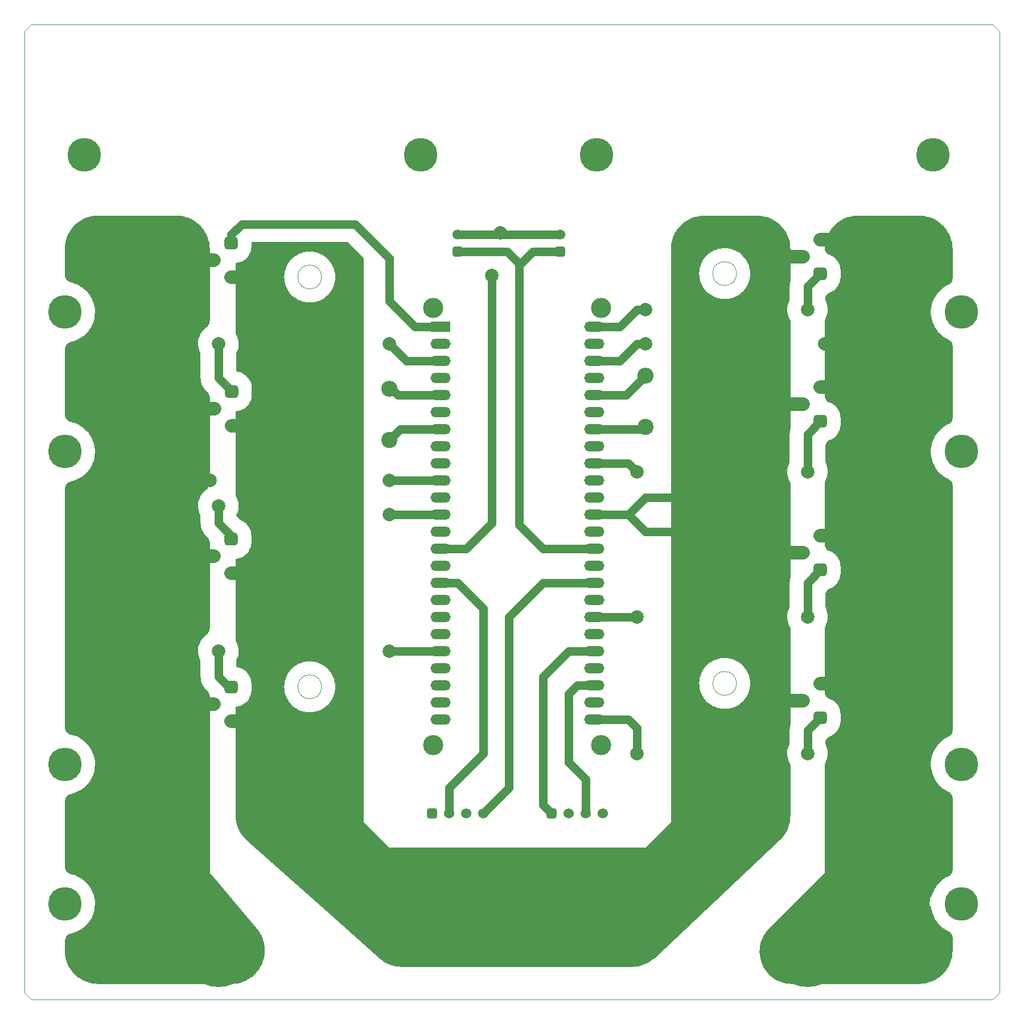
<source format=gbr>
%TF.GenerationSoftware,KiCad,Pcbnew,6.0.11+dfsg-1*%
%TF.CreationDate,2024-07-30T13:46:45+04:00*%
%TF.ProjectId,pwm,70776d2e-6b69-4636-9164-5f7063625858,rev?*%
%TF.SameCoordinates,PX14fb180PYa6e49c0*%
%TF.FileFunction,Copper,L2,Bot*%
%TF.FilePolarity,Positive*%
%FSLAX46Y46*%
G04 Gerber Fmt 4.6, Leading zero omitted, Abs format (unit mm)*
G04 Created by KiCad (PCBNEW 6.0.11+dfsg-1) date 2024-07-30 13:46:45*
%MOMM*%
%LPD*%
G01*
G04 APERTURE LIST*
G04 Aperture macros list*
%AMRoundRect*
0 Rectangle with rounded corners*
0 $1 Rounding radius*
0 $2 $3 $4 $5 $6 $7 $8 $9 X,Y pos of 4 corners*
0 Add a 4 corners polygon primitive as box body*
4,1,4,$2,$3,$4,$5,$6,$7,$8,$9,$2,$3,0*
0 Add four circle primitives for the rounded corners*
1,1,$1+$1,$2,$3*
1,1,$1+$1,$4,$5*
1,1,$1+$1,$6,$7*
1,1,$1+$1,$8,$9*
0 Add four rect primitives between the rounded corners*
20,1,$1+$1,$2,$3,$4,$5,0*
20,1,$1+$1,$4,$5,$6,$7,0*
20,1,$1+$1,$6,$7,$8,$9,0*
20,1,$1+$1,$8,$9,$2,$3,0*%
G04 Aperture macros list end*
%TA.AperFunction,Profile*%
%ADD10C,0.100000*%
%TD*%
%TA.AperFunction,Profile*%
%ADD11C,0.120000*%
%TD*%
%TA.AperFunction,ComponentPad*%
%ADD12C,11.000000*%
%TD*%
%TA.AperFunction,ComponentPad*%
%ADD13C,5.000000*%
%TD*%
%TA.AperFunction,ComponentPad*%
%ADD14RoundRect,0.476250X0.523750X-0.476250X0.523750X0.476250X-0.523750X0.476250X-0.523750X-0.476250X0*%
%TD*%
%TA.AperFunction,ComponentPad*%
%ADD15O,2.000000X1.905000*%
%TD*%
%TA.AperFunction,ComponentPad*%
%ADD16RoundRect,0.476250X-0.523750X0.476250X-0.523750X-0.476250X0.523750X-0.476250X0.523750X0.476250X0*%
%TD*%
%TA.AperFunction,ComponentPad*%
%ADD17RoundRect,0.381000X0.381000X-0.381000X0.381000X0.381000X-0.381000X0.381000X-0.381000X-0.381000X0*%
%TD*%
%TA.AperFunction,ComponentPad*%
%ADD18C,1.524000*%
%TD*%
%TA.AperFunction,WasherPad*%
%ADD19C,5.000000*%
%TD*%
%TA.AperFunction,ComponentPad*%
%ADD20RoundRect,0.381000X-0.381000X-0.381000X0.381000X-0.381000X0.381000X0.381000X-0.381000X0.381000X0*%
%TD*%
%TA.AperFunction,ComponentPad*%
%ADD21C,2.400000*%
%TD*%
%TA.AperFunction,ComponentPad*%
%ADD22O,2.400000X2.400000*%
%TD*%
%TA.AperFunction,ComponentPad*%
%ADD23C,3.000000*%
%TD*%
%TA.AperFunction,ComponentPad*%
%ADD24R,3.000000X1.524000*%
%TD*%
%TA.AperFunction,ComponentPad*%
%ADD25O,3.000000X1.524000*%
%TD*%
%TA.AperFunction,ViaPad*%
%ADD26C,2.000000*%
%TD*%
%TA.AperFunction,Conductor*%
%ADD27C,1.270000*%
%TD*%
%TA.AperFunction,Conductor*%
%ADD28C,2.000000*%
%TD*%
G04 APERTURE END LIST*
D10*
X19370000Y14250000D02*
G75*
G03*
X19370000Y14250000I-2000000J0D01*
G01*
X144000000Y145000000D02*
X1000000Y145000000D01*
X0Y144000000D02*
X0Y1000000D01*
X144000000Y145000000D02*
X145000000Y144000000D01*
X1000000Y145000000D02*
X0Y144000000D01*
X145000000Y1000000D02*
X145000000Y144000000D01*
X144000000Y0D02*
X145000000Y1000000D01*
X1000000Y0D02*
X144000000Y0D01*
X0Y1000000D02*
X1000000Y0D01*
D11*
%TO.C,REF\u002A\u002A*%
X137080000Y125630000D02*
G75*
G03*
X137080000Y125630000I-2000000J0D01*
G01*
X87080000Y125630000D02*
G75*
G03*
X87080000Y125630000I-2000000J0D01*
G01*
X10880000Y125630000D02*
G75*
G03*
X10880000Y125630000I-2000000J0D01*
G01*
X60880000Y125630000D02*
G75*
G03*
X60880000Y125630000I-2000000J0D01*
G01*
%TO.C,J3*%
X131130000Y14980000D02*
G75*
G03*
X131130000Y14980000I-2000000J0D01*
G01*
%TO.C,J2*%
X75250000Y12440000D02*
G75*
G03*
X75250000Y12440000I-2000000J0D01*
G01*
%TO.C,J1*%
X19370000Y14250000D02*
G75*
G03*
X19370000Y14250000I-2000000J0D01*
G01*
%TO.C,REF\u002A\u002A*%
X105889000Y46984000D02*
G75*
G03*
X105889000Y46984000I-1778000J0D01*
G01*
X105889000Y107944000D02*
G75*
G03*
X105889000Y107944000I-1778000J0D01*
G01*
%TO.C,U1*%
X61750000Y102820000D02*
G75*
G03*
X61750000Y102820000I-1000000J0D01*
G01*
X86750000Y37820000D02*
G75*
G03*
X86750000Y37820000I-1000000J0D01*
G01*
X86750000Y102820000D02*
G75*
G03*
X86750000Y102820000I-1000000J0D01*
G01*
X61750000Y37820000D02*
G75*
G03*
X61750000Y37820000I-1000000J0D01*
G01*
%TO.C,REF\u002A\u002A*%
X44167000Y46476000D02*
G75*
G03*
X44167000Y46476000I-1778000J0D01*
G01*
X44167000Y107436000D02*
G75*
G03*
X44167000Y107436000I-1778000J0D01*
G01*
%TD*%
D12*
%TO.P,,1,Pin_1*%
%TO.N,/+60V*%
X28800000Y7360000D03*
%TD*%
%TO.P,,1,Pin_1*%
%TO.N,/-60V*%
X116430000Y7360000D03*
%TD*%
D13*
%TO.P,REF\u002A\u002A,*%
%TO.N,*%
X139290000Y102210000D03*
X139290000Y34960000D03*
X139290000Y81460000D03*
X139290000Y14210000D03*
%TD*%
%TO.P,REF\u002A\u002A,*%
%TO.N,*%
X5940000Y14210000D03*
X5940000Y81460000D03*
X5940000Y34960000D03*
X5940000Y102210000D03*
%TD*%
D14*
%TO.P,Q8,1,G*%
%TO.N,/G8*%
X118335000Y41904000D03*
D15*
%TO.P,Q8,2,D*%
%TO.N,/phase*%
X115795000Y44444000D03*
%TO.P,Q8,3,S*%
%TO.N,/-60V*%
X118335000Y46984000D03*
%TD*%
D14*
%TO.P,Q6,1,G*%
%TO.N,/G6*%
X118335000Y85973000D03*
D15*
%TO.P,Q6,2,D*%
%TO.N,/phase*%
X115795000Y88513000D03*
%TO.P,Q6,3,S*%
%TO.N,/-60V*%
X118335000Y91053000D03*
%TD*%
D16*
%TO.P,Q1,1,G*%
%TO.N,/G1*%
X30705000Y112480000D03*
D15*
%TO.P,Q1,2,D*%
%TO.N,/+60V*%
X28165000Y109940000D03*
%TO.P,Q1,3,S*%
%TO.N,/phase*%
X30705000Y107400000D03*
%TD*%
D17*
%TO.P,X3,1,Pin_1*%
%TO.N,/fan-*%
X79600000Y111246000D03*
D18*
%TO.P,X3,2,Pin_2*%
%TO.N,/fan+*%
X79600000Y113786000D03*
%TD*%
D19*
%TO.P,REF\u002A\u002A,*%
%TO.N,*%
X85080000Y125630000D03*
X135080000Y125630000D03*
%TD*%
%TO.P,REF\u002A\u002A,*%
%TO.N,*%
X8880000Y125630000D03*
X58880000Y125630000D03*
%TD*%
D20*
%TO.P,X2,1,Pin_1*%
%TO.N,unconnected-(X2-Pad1)*%
X60550000Y27680000D03*
D18*
%TO.P,X2,2,Pin_2*%
%TO.N,/-24V*%
X63090000Y27680000D03*
%TO.P,X2,3,Pin_3*%
%TO.N,unconnected-(X2-Pad3)*%
X65630000Y27680000D03*
%TO.P,X2,4,Pin_4*%
%TO.N,/+24V*%
X68170000Y27680000D03*
%TD*%
D21*
%TO.P,R1,1*%
%TO.N,/t1+*%
X54200000Y83150000D03*
D22*
%TO.P,R1,2*%
%TO.N,/t1-*%
X54200000Y90770000D03*
%TD*%
D17*
%TO.P,X4,1,Pin_1*%
%TO.N,/fan-*%
X64360000Y111246000D03*
D18*
%TO.P,X4,2,Pin_2*%
%TO.N,/fan+*%
X64360000Y113786000D03*
%TD*%
D12*
%TO.P,J3,1,Pin_1*%
%TO.N,/-60V*%
X129130000Y14980000D03*
%TD*%
D14*
%TO.P,Q7,1,G*%
%TO.N,/G7*%
X118335000Y63875000D03*
D15*
%TO.P,Q7,2,D*%
%TO.N,/phase*%
X115795000Y66415000D03*
%TO.P,Q7,3,S*%
%TO.N,/-60V*%
X118335000Y68955000D03*
%TD*%
D20*
%TO.P,X1,1,Pin_1*%
%TO.N,/-12V*%
X78330000Y27680000D03*
D18*
%TO.P,X1,2,Pin_2*%
%TO.N,unconnected-(X1-Pad2)*%
X80870000Y27680000D03*
%TO.P,X1,3,Pin_3*%
%TO.N,/+12V*%
X83410000Y27680000D03*
%TO.P,X1,4,Pin_4*%
%TO.N,unconnected-(X1-Pad4)*%
X85950000Y27680000D03*
%TD*%
D12*
%TO.P,J2,1,Pin_1*%
%TO.N,/phase*%
X73250000Y12440000D03*
%TD*%
D14*
%TO.P,Q5,1,G*%
%TO.N,/G5*%
X118335000Y107944000D03*
D15*
%TO.P,Q5,2,D*%
%TO.N,/phase*%
X115795000Y110484000D03*
%TO.P,Q5,3,S*%
%TO.N,/-60V*%
X118335000Y113024000D03*
%TD*%
D21*
%TO.P,R2,1*%
%TO.N,/t2+*%
X92300000Y85130000D03*
D22*
%TO.P,R2,2*%
%TO.N,/t2-*%
X92300000Y92750000D03*
%TD*%
D16*
%TO.P,Q2,1,G*%
%TO.N,/G2*%
X30762500Y90418000D03*
D15*
%TO.P,Q2,2,D*%
%TO.N,/+60V*%
X28222500Y87878000D03*
%TO.P,Q2,3,S*%
%TO.N,/phase*%
X30762500Y85338000D03*
%TD*%
D12*
%TO.P,J1,1,Pin_1*%
%TO.N,/+60V*%
X17370000Y14250000D03*
%TD*%
D23*
%TO.P,U1,*%
%TO.N,*%
X60750000Y102820000D03*
X85750000Y37820000D03*
X60750000Y37820000D03*
X85750000Y102820000D03*
D24*
%TO.P,U1,1A,Q1*%
%TO.N,/G1*%
X61820000Y100070000D03*
D25*
%TO.P,U1,1J,Q5*%
%TO.N,/G5*%
X84680000Y100070000D03*
%TO.P,U1,2A*%
%TO.N,N/C*%
X61820000Y97530000D03*
%TO.P,U1,2J*%
X84680000Y97530000D03*
%TO.P,U1,3A,Q2*%
%TO.N,/G2*%
X61820000Y94990000D03*
%TO.P,U1,3J,-60V*%
%TO.N,/-60V*%
X84680000Y94990000D03*
%TO.P,U1,4A*%
%TO.N,N/C*%
X61820000Y92450000D03*
%TO.P,U1,4J*%
X84680000Y92450000D03*
%TO.P,U1,5A,t1-*%
%TO.N,/t1-*%
X61820000Y89910000D03*
%TO.P,U1,5J,t2-*%
%TO.N,/t2-*%
X84680000Y89910000D03*
%TO.P,U1,6A*%
%TO.N,N/C*%
X61820000Y87370000D03*
%TO.P,U1,6J*%
X84680000Y87370000D03*
%TO.P,U1,7A,t1+*%
%TO.N,/t1+*%
X61820000Y84830000D03*
%TO.P,U1,7J,t2+*%
%TO.N,/t2+*%
X84680000Y84830000D03*
%TO.P,U1,8A*%
%TO.N,N/C*%
X61820000Y82290000D03*
%TO.P,U1,8J*%
X84680000Y82290000D03*
%TO.P,U1,9A*%
X61820000Y79750000D03*
%TO.P,U1,9J,Q6*%
%TO.N,/G6*%
X84680000Y79750000D03*
%TO.P,U1,10A,+60V*%
%TO.N,/+60V*%
X61820000Y77210000D03*
%TO.P,U1,10J*%
%TO.N,N/C*%
X84680000Y77210000D03*
%TO.P,U1,11A*%
X61820000Y74670000D03*
%TO.P,U1,11J*%
X84680000Y74670000D03*
%TO.P,U1,12A,Q3*%
%TO.N,/G3*%
X61820000Y72130000D03*
%TO.P,U1,12J,phase*%
%TO.N,/phase*%
X84680000Y72130000D03*
%TO.P,U1,13A*%
%TO.N,N/C*%
X61820000Y69590000D03*
%TO.P,U1,13J*%
X84680000Y69590000D03*
%TO.P,U1,14A,fan+*%
%TO.N,/fan+*%
X61820000Y67050000D03*
%TO.P,U1,14J,fan-*%
%TO.N,/fan-*%
X84680000Y67050000D03*
%TO.P,U1,15A*%
%TO.N,N/C*%
X61820000Y64510000D03*
%TO.P,U1,15J*%
X84680000Y64510000D03*
%TO.P,U1,16A,-24V*%
%TO.N,/-24V*%
X61820000Y61970000D03*
%TO.P,U1,16J,+24V*%
%TO.N,/+24V*%
X84680000Y61970000D03*
%TO.P,U1,17A*%
%TO.N,N/C*%
X61820000Y59430000D03*
%TO.P,U1,17J*%
X84680000Y59430000D03*
%TO.P,U1,18A*%
X61820000Y56890000D03*
%TO.P,U1,18J,Q7*%
%TO.N,/G7*%
X84680000Y56890000D03*
%TO.P,U1,19A*%
%TO.N,N/C*%
X61820000Y54350000D03*
%TO.P,U1,19J*%
X84680000Y54350000D03*
%TO.P,U1,20A,Q4*%
%TO.N,/G4*%
X61820000Y51810000D03*
%TO.P,U1,20J,-12V*%
%TO.N,/-12V*%
X84680000Y51810000D03*
%TO.P,U1,21A*%
%TO.N,N/C*%
X61820000Y49270000D03*
%TO.P,U1,21J*%
X84680000Y49270000D03*
%TO.P,U1,22A*%
X61820000Y46730000D03*
%TO.P,U1,22J,+12V*%
%TO.N,/+12V*%
X84680000Y46730000D03*
%TO.P,U1,23A*%
%TO.N,N/C*%
X61820000Y44190000D03*
%TO.P,U1,23J*%
X84680000Y44190000D03*
%TO.P,U1,24A*%
X61820000Y41650000D03*
%TO.P,U1,24J,Q8*%
%TO.N,/G8*%
X84680000Y41650000D03*
%TD*%
D16*
%TO.P,Q4,1,G*%
%TO.N,/G4*%
X30705000Y46480000D03*
D15*
%TO.P,Q4,2,D*%
%TO.N,/+60V*%
X28165000Y43940000D03*
%TO.P,Q4,3,S*%
%TO.N,/phase*%
X30705000Y41400000D03*
%TD*%
D16*
%TO.P,Q3,1,G*%
%TO.N,/G3*%
X30705000Y68480000D03*
D15*
%TO.P,Q3,2,D*%
%TO.N,/+60V*%
X28165000Y65940000D03*
%TO.P,Q3,3,S*%
%TO.N,/phase*%
X30705000Y63400000D03*
%TD*%
D26*
%TO.N,*%
X54200000Y72130000D03*
X54200000Y51810000D03*
X54200000Y97530000D03*
X54200000Y77210000D03*
%TO.N,/+60V*%
X27530000Y77210000D03*
%TO.N,/G2*%
X28800000Y97530000D03*
%TO.N,/G3*%
X28800000Y73400000D03*
%TO.N,/G4*%
X28800000Y51810000D03*
%TO.N,/-60V*%
X118970000Y97530000D03*
X92300000Y97530000D03*
%TO.N,/fan+*%
X69440000Y107690000D03*
X70710000Y114040000D03*
%TO.N,/G5*%
X116430000Y102610000D03*
X92300000Y102610000D03*
%TO.N,/G6*%
X116430000Y78480000D03*
X91030000Y78480000D03*
%TO.N,/G7*%
X91030000Y56890000D03*
X116430000Y56890000D03*
%TO.N,/G8*%
X116430000Y36570000D03*
X91030000Y36570000D03*
%TD*%
D27*
%TO.N,/G1*%
X30705000Y112480000D02*
X30705000Y113750000D01*
X61820000Y100070000D02*
X58010000Y100070000D01*
X58010000Y100070000D02*
X54200000Y103880000D01*
X49120000Y115310000D02*
X32265000Y115310000D01*
X54200000Y110230000D02*
X49120000Y115310000D01*
X54200000Y103880000D02*
X54200000Y110230000D01*
X30705000Y113750000D02*
X32265000Y115310000D01*
%TO.N,/+60V*%
X27530000Y77210000D02*
X27210000Y77210000D01*
D28*
X24990000Y110230000D02*
X25280000Y109940000D01*
X26420000Y65940000D02*
X26260000Y65780000D01*
D27*
X61820000Y77210000D02*
X54200000Y77210000D01*
X27530000Y77210000D02*
X27530000Y77470000D01*
D28*
X28165000Y65940000D02*
X26420000Y65940000D01*
X26510000Y43940000D02*
X26260000Y44190000D01*
X28165000Y43940000D02*
X26510000Y43940000D01*
X28165000Y109940000D02*
X25280000Y109940000D01*
X24990000Y87370000D02*
X25498000Y87878000D01*
X28222500Y87878000D02*
X25498000Y87878000D01*
%TO.N,/phase*%
X115795000Y44444000D02*
X112112000Y44444000D01*
D27*
X92300000Y74670000D02*
X97380000Y74670000D01*
X89760000Y72130000D02*
X92300000Y74670000D01*
D28*
X115795000Y88513000D02*
X112239000Y88513000D01*
X32450000Y63400000D02*
X32610000Y63240000D01*
D27*
X84680000Y72130000D02*
X89760000Y72130000D01*
X89760000Y72130000D02*
X92300000Y69590000D01*
X92300000Y69590000D02*
X97380000Y69590000D01*
D28*
X32610000Y107690000D02*
X32320000Y107400000D01*
X30705000Y107400000D02*
X32320000Y107400000D01*
X32610000Y84830000D02*
X32102000Y85338000D01*
X115795000Y66415000D02*
X111731000Y66415000D01*
X30705000Y63400000D02*
X32450000Y63400000D01*
X30705000Y41400000D02*
X32360000Y41400000D01*
X30762500Y85338000D02*
X32102000Y85338000D01*
X115795000Y110484000D02*
X112239000Y110484000D01*
X32360000Y41400000D02*
X32610000Y41650000D01*
D27*
%TO.N,/G2*%
X30762500Y90418000D02*
X30762500Y90487500D01*
X30762500Y90487500D02*
X28800000Y92450000D01*
X61820000Y94990000D02*
X56740000Y94990000D01*
X28800000Y92450000D02*
X28800000Y97530000D01*
X56740000Y94990000D02*
X54200000Y97530000D01*
%TO.N,/G3*%
X30705000Y68480000D02*
X30705000Y68955000D01*
X61820000Y72130000D02*
X54200000Y72130000D01*
X28800000Y70860000D02*
X28800000Y73400000D01*
X30705000Y68955000D02*
X28800000Y70860000D01*
%TO.N,/G4*%
X61820000Y51810000D02*
X54200000Y51810000D01*
X28800000Y48000000D02*
X28800000Y51810000D01*
X30705000Y46480000D02*
X30320000Y46480000D01*
X30320000Y46480000D02*
X28800000Y48000000D01*
%TO.N,/-60V*%
X91030000Y97530000D02*
X92300000Y97530000D01*
X88490000Y94990000D02*
X91030000Y97530000D01*
D28*
X118335000Y46984000D02*
X120494000Y46984000D01*
X118335000Y113024000D02*
X121510000Y113024000D01*
X118970000Y97530000D02*
X120240000Y97530000D01*
X120494000Y46984000D02*
X120621000Y47111000D01*
X118335000Y91053000D02*
X120875000Y91053000D01*
D27*
X84680000Y94990000D02*
X88490000Y94990000D01*
D28*
X118335000Y68955000D02*
X121256000Y68955000D01*
D27*
%TO.N,/fan-*%
X71726000Y111246000D02*
X69694000Y111246000D01*
X64360000Y111246000D02*
X69694000Y111246000D01*
X75536000Y111246000D02*
X73504000Y109214000D01*
X84680000Y67050000D02*
X77060000Y67050000D01*
X79600000Y111246000D02*
X75536000Y111246000D01*
X73504000Y109468000D02*
X71726000Y111246000D01*
X73504000Y70606000D02*
X73504000Y109214000D01*
X77060000Y67050000D02*
X73504000Y70606000D01*
X73504000Y109214000D02*
X73504000Y109468000D01*
%TO.N,/fan+*%
X69440000Y70860000D02*
X69440000Y103880000D01*
X69440000Y107690000D02*
X69440000Y103880000D01*
X65630000Y67050000D02*
X69440000Y70860000D01*
X61820000Y67050000D02*
X65630000Y67050000D01*
X64360000Y113786000D02*
X79600000Y113786000D01*
%TO.N,/G5*%
X116430000Y102610000D02*
X116430000Y106039000D01*
X116430000Y106039000D02*
X118335000Y107944000D01*
X88490000Y100070000D02*
X91030000Y102610000D01*
X91030000Y102610000D02*
X92300000Y102610000D01*
X84680000Y100070000D02*
X88490000Y100070000D01*
%TO.N,/G6*%
X84680000Y79750000D02*
X89760000Y79750000D01*
X89760000Y79750000D02*
X91030000Y78480000D01*
X116430000Y78480000D02*
X116430000Y84068000D01*
X116430000Y84068000D02*
X118335000Y85973000D01*
%TO.N,/G7*%
X116430000Y56890000D02*
X116430000Y61970000D01*
X84680000Y56890000D02*
X91030000Y56890000D01*
X116430000Y61970000D02*
X118335000Y63875000D01*
%TO.N,/G8*%
X116430000Y39999000D02*
X118335000Y41904000D01*
X89760000Y41650000D02*
X91030000Y40380000D01*
X91030000Y36570000D02*
X91030000Y40380000D01*
X116430000Y36570000D02*
X116430000Y39999000D01*
X84680000Y41650000D02*
X89760000Y41650000D01*
%TO.N,/+12V*%
X82140000Y46730000D02*
X84680000Y46730000D01*
X80870000Y35300000D02*
X80870000Y45460000D01*
X83410000Y32760000D02*
X80870000Y35300000D01*
X83410000Y27680000D02*
X83410000Y32760000D01*
X80870000Y45460000D02*
X82140000Y46730000D01*
%TO.N,/-12V*%
X77060000Y48000000D02*
X77060000Y28950000D01*
X84680000Y51810000D02*
X80870000Y51810000D01*
X80870000Y51810000D02*
X77060000Y48000000D01*
X77060000Y28950000D02*
X78330000Y27680000D01*
%TO.N,/+24V*%
X71980000Y56890000D02*
X71980000Y31490000D01*
X77060000Y61970000D02*
X71980000Y56890000D01*
X71980000Y31490000D02*
X68170000Y27680000D01*
X84680000Y61970000D02*
X77060000Y61970000D01*
%TO.N,/-24V*%
X63090000Y27680000D02*
X63090000Y31490000D01*
X63090000Y31490000D02*
X68170000Y36570000D01*
X68170000Y36570000D02*
X68170000Y58160000D01*
X64360000Y61970000D02*
X61820000Y61970000D01*
X68170000Y58160000D02*
X64360000Y61970000D01*
%TO.N,/t1+*%
X61820000Y84830000D02*
X55880000Y84830000D01*
X55880000Y84830000D02*
X54200000Y83150000D01*
%TO.N,/t2+*%
X92000000Y84830000D02*
X92300000Y85130000D01*
X84680000Y84830000D02*
X92000000Y84830000D01*
%TO.N,/t1-*%
X54200000Y90770000D02*
X54610000Y90770000D01*
X54610000Y90770000D02*
X55470000Y89910000D01*
X55470000Y89910000D02*
X56740000Y89910000D01*
X56740000Y89910000D02*
X61820000Y89910000D01*
%TO.N,/t2-*%
X84680000Y89910000D02*
X89460000Y89910000D01*
X89460000Y89910000D02*
X92300000Y92750000D01*
%TD*%
%TA.AperFunction,Conductor*%
%TO.N,/phase*%
G36*
X108892749Y116579880D02*
G01*
X109320284Y116561213D01*
X109331233Y116560255D01*
X109752787Y116504757D01*
X109763613Y116502848D01*
X110178726Y116410819D01*
X110189343Y116407974D01*
X110376029Y116349112D01*
X110594858Y116280116D01*
X110605171Y116276363D01*
X110998024Y116113638D01*
X111007968Y116109000D01*
X111385117Y115912669D01*
X111394637Y115907173D01*
X111753237Y115678719D01*
X111762241Y115672415D01*
X112099579Y115413567D01*
X112107999Y115406501D01*
X112421478Y115119251D01*
X112429251Y115111478D01*
X112716501Y114797999D01*
X112723567Y114789579D01*
X112982415Y114452241D01*
X112988719Y114443237D01*
X113217173Y114084637D01*
X113222669Y114075117D01*
X113418996Y113697977D01*
X113423642Y113688015D01*
X113586360Y113295179D01*
X113590119Y113284850D01*
X113717974Y112879343D01*
X113720819Y112868726D01*
X113812848Y112453613D01*
X113814757Y112442787D01*
X113870255Y112021233D01*
X113871213Y112010283D01*
X113889880Y111582748D01*
X113890000Y111577252D01*
X113890000Y106763986D01*
X113886519Y106734572D01*
X113878489Y106701125D01*
X113877387Y106696866D01*
X113874126Y106685108D01*
X113847193Y106587992D01*
X113846624Y106584184D01*
X113841189Y106547818D01*
X113839091Y106537026D01*
X113830506Y106501267D01*
X113830504Y106501258D01*
X113829607Y106497520D01*
X113829172Y106493701D01*
X113816814Y106385239D01*
X113816240Y106380882D01*
X113799540Y106269135D01*
X113799396Y106265839D01*
X113799396Y106265838D01*
X113797219Y106215968D01*
X113796529Y106207198D01*
X113793110Y106177193D01*
X113793621Y106118636D01*
X113794495Y106018521D01*
X113794500Y106017421D01*
X113794500Y104086362D01*
X113780497Y104030603D01*
X113781168Y104030291D01*
X113635478Y103716430D01*
X113634338Y103712983D01*
X113580038Y103548794D01*
X113526828Y103387903D01*
X113526092Y103384348D01*
X113526091Y103384345D01*
X113473697Y103131342D01*
X113456658Y103049065D01*
X113425898Y102704408D01*
X113425993Y102700778D01*
X113425993Y102700777D01*
X113434861Y102362124D01*
X113434956Y102358499D01*
X113483712Y102015924D01*
X113571519Y101681223D01*
X113697214Y101358833D01*
X113859130Y101053026D01*
X113867841Y101040352D01*
X113890000Y100968986D01*
X113890000Y84792986D01*
X113886519Y84763572D01*
X113878489Y84730125D01*
X113877387Y84725866D01*
X113847193Y84616992D01*
X113846624Y84613184D01*
X113841189Y84576818D01*
X113839091Y84566026D01*
X113830506Y84530267D01*
X113830504Y84530258D01*
X113829607Y84526520D01*
X113829172Y84522701D01*
X113816814Y84414239D01*
X113816240Y84409882D01*
X113799540Y84298135D01*
X113799396Y84294839D01*
X113799396Y84294838D01*
X113797219Y84244968D01*
X113796529Y84236198D01*
X113793110Y84206193D01*
X113793550Y84155784D01*
X113794495Y84047521D01*
X113794500Y84046421D01*
X113794500Y79956362D01*
X113780497Y79900603D01*
X113781168Y79900291D01*
X113635478Y79586430D01*
X113634338Y79582983D01*
X113574859Y79403134D01*
X113526828Y79257903D01*
X113526092Y79254348D01*
X113526091Y79254345D01*
X113489113Y79075784D01*
X113456658Y78919065D01*
X113425898Y78574408D01*
X113434956Y78228499D01*
X113483712Y77885924D01*
X113571519Y77551223D01*
X113697214Y77228833D01*
X113859130Y76923026D01*
X113867841Y76910352D01*
X113890000Y76838986D01*
X113890000Y62694986D01*
X113886519Y62665572D01*
X113878489Y62632125D01*
X113877387Y62627866D01*
X113847193Y62518992D01*
X113846624Y62515184D01*
X113841189Y62478818D01*
X113839091Y62468026D01*
X113830506Y62432267D01*
X113830504Y62432258D01*
X113829607Y62428520D01*
X113829172Y62424701D01*
X113816814Y62316239D01*
X113816240Y62311882D01*
X113799540Y62200135D01*
X113799396Y62196839D01*
X113799396Y62196838D01*
X113797219Y62146968D01*
X113796529Y62138198D01*
X113793110Y62108193D01*
X113794190Y61984491D01*
X113794495Y61949521D01*
X113794500Y61948421D01*
X113794500Y58366362D01*
X113780497Y58310603D01*
X113781168Y58310291D01*
X113635478Y57996430D01*
X113526828Y57667903D01*
X113456658Y57329065D01*
X113425898Y56984408D01*
X113434956Y56638499D01*
X113483712Y56295924D01*
X113571519Y55961223D01*
X113697214Y55638833D01*
X113859130Y55333026D01*
X113867841Y55320352D01*
X113890000Y55248986D01*
X113890000Y40723986D01*
X113886519Y40694572D01*
X113878489Y40661125D01*
X113877387Y40656866D01*
X113847193Y40547992D01*
X113846624Y40544184D01*
X113841189Y40507818D01*
X113839091Y40497026D01*
X113830506Y40461267D01*
X113830504Y40461258D01*
X113829607Y40457520D01*
X113829172Y40453701D01*
X113816814Y40345239D01*
X113816240Y40340882D01*
X113799540Y40229135D01*
X113799396Y40225839D01*
X113799396Y40225838D01*
X113797219Y40175968D01*
X113796529Y40167198D01*
X113793110Y40137193D01*
X113793692Y40070522D01*
X113794495Y39978521D01*
X113794500Y39977421D01*
X113794500Y38046362D01*
X113780497Y37990603D01*
X113781168Y37990291D01*
X113635478Y37676430D01*
X113634338Y37672983D01*
X113561783Y37453596D01*
X113526828Y37347903D01*
X113526092Y37344348D01*
X113526091Y37344345D01*
X113457393Y37012615D01*
X113456658Y37009065D01*
X113425898Y36664408D01*
X113434956Y36318499D01*
X113483712Y35975924D01*
X113571519Y35641223D01*
X113697214Y35318833D01*
X113698911Y35315628D01*
X113769329Y35182632D01*
X113859130Y35013026D01*
X113867841Y35000352D01*
X113890000Y34928986D01*
X113890000Y27303226D01*
X113889871Y27297518D01*
X113869736Y26853521D01*
X113868702Y26842152D01*
X113808856Y26404655D01*
X113806798Y26393426D01*
X113707600Y25963141D01*
X113704535Y25952145D01*
X113566794Y25532585D01*
X113562745Y25521911D01*
X113387601Y25116552D01*
X113382603Y25106289D01*
X113171491Y24718449D01*
X113165585Y24708680D01*
X112920228Y24341527D01*
X112913469Y24332343D01*
X112635888Y23988904D01*
X112628318Y23980360D01*
X112486641Y23834361D01*
X112318796Y23661396D01*
X112314752Y23657414D01*
X102803161Y14705328D01*
X93746103Y6181038D01*
X93741678Y6177066D01*
X93390052Y5876109D01*
X93380666Y5868813D01*
X93004658Y5604038D01*
X92994625Y5597660D01*
X92595360Y5369515D01*
X92584771Y5364110D01*
X92165771Y5174605D01*
X92154721Y5170222D01*
X91719702Y5021044D01*
X91708310Y5017729D01*
X91261175Y4910216D01*
X91249517Y4907989D01*
X90794240Y4843095D01*
X90782426Y4841976D01*
X90332843Y4820743D01*
X90320078Y4820140D01*
X90314134Y4820000D01*
X56103856Y4820000D01*
X56098136Y4820130D01*
X56097916Y4820140D01*
X55653184Y4840351D01*
X55641796Y4841389D01*
X55532911Y4856316D01*
X55203352Y4901498D01*
X55192111Y4903562D01*
X54760891Y5003199D01*
X54749911Y5006268D01*
X54329537Y5144600D01*
X54318848Y5148663D01*
X54269074Y5170222D01*
X53912752Y5324556D01*
X53902471Y5329575D01*
X53514008Y5541574D01*
X53504225Y5547505D01*
X53136588Y5793870D01*
X53127399Y5800652D01*
X52781404Y6081148D01*
X52777066Y6084830D01*
X45564587Y12495923D01*
X69245065Y12495923D01*
X69258722Y12104843D01*
X69310477Y11716962D01*
X69399834Y11335983D01*
X69400823Y11333077D01*
X69400825Y11333071D01*
X69524950Y10968457D01*
X69524955Y10968445D01*
X69525943Y10965542D01*
X69687598Y10609174D01*
X69883258Y10270283D01*
X69885047Y10267784D01*
X69885049Y10267781D01*
X69982831Y10131201D01*
X70111053Y9952101D01*
X70368810Y9657667D01*
X70654069Y9389792D01*
X70964107Y9151031D01*
X70966710Y9149404D01*
X70966715Y9149401D01*
X71085687Y9075059D01*
X71295964Y8943663D01*
X71646472Y8769669D01*
X72012287Y8630710D01*
X72389915Y8528110D01*
X72392958Y8527595D01*
X72392964Y8527594D01*
X72772713Y8463364D01*
X72772720Y8463363D01*
X72775754Y8462850D01*
X72778825Y8462635D01*
X72778827Y8462635D01*
X73163053Y8435767D01*
X73163061Y8435767D01*
X73166119Y8435553D01*
X73419704Y8442637D01*
X73554211Y8446394D01*
X73554214Y8446394D01*
X73557285Y8446480D01*
X73560338Y8446866D01*
X73560342Y8446866D01*
X73746145Y8470338D01*
X73945517Y8495525D01*
X73948521Y8496207D01*
X73948524Y8496208D01*
X74324115Y8581540D01*
X74324121Y8581542D01*
X74327111Y8582221D01*
X74472875Y8630710D01*
X74695500Y8704767D01*
X74695506Y8704769D01*
X74698424Y8705740D01*
X74839551Y8768574D01*
X75053111Y8863657D01*
X75053117Y8863660D01*
X75055911Y8864904D01*
X75131188Y8907667D01*
X75393492Y9056676D01*
X75393498Y9056680D01*
X75396160Y9058192D01*
X75715924Y9283761D01*
X76012150Y9539456D01*
X76014271Y9541683D01*
X76014277Y9541689D01*
X76279894Y9820615D01*
X76282011Y9822838D01*
X76373033Y9939340D01*
X76521021Y10128756D01*
X76521023Y10128759D01*
X76522931Y10131201D01*
X76524587Y10133811D01*
X76524593Y10133819D01*
X76730957Y10458997D01*
X76730959Y10459000D01*
X76732610Y10461602D01*
X76909046Y10810888D01*
X77050557Y11175723D01*
X77155790Y11552626D01*
X77223742Y11938000D01*
X77236580Y12104843D01*
X77253613Y12326211D01*
X77253613Y12326222D01*
X77253763Y12328165D01*
X77255325Y12440000D01*
X77236209Y12830851D01*
X77179044Y13217972D01*
X77084376Y13597666D01*
X77053979Y13683032D01*
X76954139Y13963412D01*
X76953107Y13966311D01*
X76786492Y14320386D01*
X76757167Y14369580D01*
X76587700Y14653862D01*
X76586120Y14656513D01*
X76353905Y14971483D01*
X76092061Y15262289D01*
X75803090Y15526156D01*
X75489749Y15760565D01*
X75436075Y15793071D01*
X75157658Y15961687D01*
X75157649Y15961692D01*
X75155030Y15963278D01*
X74802126Y16132362D01*
X74799237Y16133414D01*
X74799231Y16133416D01*
X74437306Y16265145D01*
X74437303Y16265146D01*
X74434407Y16266200D01*
X74157326Y16337342D01*
X74058366Y16362751D01*
X74058363Y16362752D01*
X74055382Y16363517D01*
X73668670Y16423383D01*
X73665613Y16423554D01*
X73665612Y16423554D01*
X73635120Y16425259D01*
X73277962Y16445227D01*
X73274883Y16445098D01*
X73274880Y16445098D01*
X73018770Y16434364D01*
X72886987Y16428841D01*
X72883943Y16428413D01*
X72883941Y16428413D01*
X72849368Y16423554D01*
X72499477Y16374380D01*
X72119131Y16282364D01*
X71749579Y16153673D01*
X71746781Y16152380D01*
X71397146Y15990826D01*
X71397136Y15990821D01*
X71394349Y15989533D01*
X71285829Y15925865D01*
X71059486Y15793071D01*
X71059481Y15793068D01*
X71056831Y15791513D01*
X71016433Y15762162D01*
X70742730Y15563306D01*
X70742721Y15563299D01*
X70740248Y15561502D01*
X70737958Y15559469D01*
X70737952Y15559464D01*
X70449924Y15303740D01*
X70447621Y15301695D01*
X70181743Y15014573D01*
X69945152Y14702876D01*
X69861863Y14567491D01*
X69747122Y14380982D01*
X69740107Y14369580D01*
X69568564Y14017865D01*
X69432162Y13651090D01*
X69332201Y13272754D01*
X69269637Y12886469D01*
X69245065Y12495923D01*
X45564587Y12495923D01*
X33858271Y22901537D01*
X33020380Y23646330D01*
X33016067Y23650348D01*
X32895475Y23768114D01*
X32687005Y23971697D01*
X32678951Y23980337D01*
X32678932Y23980360D01*
X32383358Y24328821D01*
X32376146Y24338179D01*
X32114482Y24712831D01*
X32108179Y24722823D01*
X31968350Y24969394D01*
X31882750Y25120338D01*
X31877415Y25130869D01*
X31690213Y25547738D01*
X31685884Y25558731D01*
X31538549Y25991301D01*
X31535268Y26002649D01*
X31429091Y26447121D01*
X31426888Y26458728D01*
X31362807Y26911193D01*
X31361701Y26922955D01*
X31340139Y27382368D01*
X31340000Y27388275D01*
X31340000Y43407352D01*
X31360002Y43475473D01*
X31413658Y43521966D01*
X31447267Y43531952D01*
X31502161Y43540205D01*
X31753226Y43577951D01*
X31757086Y43579047D01*
X31757091Y43579048D01*
X31908088Y43621919D01*
X32057208Y43664256D01*
X32077065Y43672746D01*
X32118682Y43690540D01*
X32347760Y43788487D01*
X32620171Y43948629D01*
X32623342Y43951084D01*
X32866861Y44139637D01*
X32866865Y44139640D01*
X32870026Y44142088D01*
X33062202Y44334600D01*
X33090438Y44362885D01*
X33093274Y44365726D01*
X33095729Y44368908D01*
X33283842Y44612737D01*
X33283843Y44612738D01*
X33286296Y44615918D01*
X33445963Y44888608D01*
X33447531Y44892293D01*
X33447535Y44892301D01*
X33560861Y45158636D01*
X33569686Y45179376D01*
X33650660Y45466489D01*
X33654370Y45479642D01*
X33654371Y45479647D01*
X33655460Y45483508D01*
X33701895Y45796074D01*
X33705500Y45882089D01*
X33705499Y46489206D01*
X38605667Y46489206D01*
X38605817Y46486025D01*
X38619574Y46194312D01*
X38623700Y46106809D01*
X38680285Y45728192D01*
X38774842Y45357231D01*
X38906402Y44997725D01*
X39073620Y44653354D01*
X39075292Y44650647D01*
X39075293Y44650645D01*
X39232049Y44396837D01*
X39232907Y44395426D01*
X39262906Y44345400D01*
X39264856Y44342799D01*
X39265974Y44341134D01*
X39271055Y44333680D01*
X39274782Y44327645D01*
X39276733Y44325102D01*
X39276734Y44325101D01*
X39335765Y44248171D01*
X39336624Y44247038D01*
X39494727Y44036081D01*
X39496926Y44033702D01*
X39496927Y44033701D01*
X39667954Y43848686D01*
X39757116Y43752231D01*
X39759550Y43750089D01*
X40025786Y43515784D01*
X40047293Y43496856D01*
X40049935Y43494975D01*
X40049940Y43494971D01*
X40287962Y43325505D01*
X40362183Y43272661D01*
X40364999Y43271064D01*
X40365003Y43271062D01*
X40484977Y43203046D01*
X40698450Y43082023D01*
X40701414Y43080725D01*
X40701418Y43080723D01*
X40726420Y43069774D01*
X41052533Y42926960D01*
X41055616Y42925973D01*
X41055619Y42925972D01*
X41107165Y42909472D01*
X41420679Y42809115D01*
X41609833Y42769426D01*
X41795808Y42730404D01*
X41795812Y42730403D01*
X41798988Y42729737D01*
X42183453Y42689668D01*
X42185879Y42689604D01*
X42185886Y42689604D01*
X42187477Y42689563D01*
X42189868Y42689500D01*
X42476620Y42689500D01*
X42478229Y42689583D01*
X42478232Y42689583D01*
X42535810Y42692550D01*
X42766035Y42704414D01*
X43010674Y42742505D01*
X43144771Y42763384D01*
X43144775Y42763385D01*
X43147981Y42763884D01*
X43314524Y42807731D01*
X43314584Y42807501D01*
X43315383Y42807903D01*
X43317085Y42808243D01*
X43320134Y42809181D01*
X43321414Y42809505D01*
X43323237Y42810025D01*
X43521790Y42862300D01*
X43646956Y42909472D01*
X43654343Y42911997D01*
X43679942Y42919872D01*
X43679945Y42919873D01*
X43682984Y42920808D01*
X43685912Y42922045D01*
X43685918Y42922047D01*
X43729907Y42940629D01*
X43734502Y42942465D01*
X43880465Y42997474D01*
X43880472Y42997477D01*
X43883502Y42998619D01*
X43969128Y43041403D01*
X43976410Y43044756D01*
X44032688Y43068529D01*
X44032697Y43068533D01*
X44035634Y43069774D01*
X44086864Y43097822D01*
X44135208Y43124289D01*
X44139397Y43126482D01*
X44226396Y43169953D01*
X44226395Y43169953D01*
X44229286Y43171397D01*
X44275584Y43200835D01*
X44282681Y43205028D01*
X44285448Y43206543D01*
X44371425Y43253614D01*
X44528259Y43361403D01*
X44531967Y43363856D01*
X44555478Y43378805D01*
X44564744Y43386135D01*
X44571515Y43391132D01*
X44686919Y43470447D01*
X44689358Y43472515D01*
X44689364Y43472520D01*
X44976445Y43715982D01*
X44976453Y43715990D01*
X44978885Y43718052D01*
X44981093Y43720347D01*
X44981101Y43720354D01*
X45179716Y43926746D01*
X45244335Y43993895D01*
X45249785Y44000845D01*
X45297912Y44062224D01*
X45480550Y44295151D01*
X45685112Y44618736D01*
X45686532Y44621584D01*
X45686537Y44621593D01*
X45854506Y44958489D01*
X45855926Y44961337D01*
X45991244Y45319446D01*
X46089681Y45689396D01*
X46096400Y45731340D01*
X46149722Y46064249D01*
X46150227Y46067400D01*
X46152500Y46106809D01*
X46172166Y46447894D01*
X46172264Y46449587D01*
X46172356Y46476000D01*
X46171877Y46485467D01*
X46153149Y46855159D01*
X46153148Y46855164D01*
X46152988Y46858332D01*
X46116357Y47097719D01*
X46095566Y47233589D01*
X46095564Y47233598D01*
X46095082Y47236749D01*
X46059051Y47376071D01*
X46000028Y47604298D01*
X46000025Y47604306D01*
X45999231Y47607378D01*
X45866416Y47966422D01*
X45865017Y47969278D01*
X45699399Y48307348D01*
X45699396Y48307354D01*
X45697998Y48310207D01*
X45495700Y48635213D01*
X45416407Y48737807D01*
X45263546Y48935586D01*
X45263541Y48935591D01*
X45261594Y48938111D01*
X44998076Y49215800D01*
X44707846Y49465438D01*
X44695255Y49474222D01*
X44396486Y49682645D01*
X44393873Y49684468D01*
X44059374Y49870648D01*
X44056454Y49871906D01*
X44056449Y49871908D01*
X43710706Y50020808D01*
X43710696Y50020812D01*
X43707772Y50022071D01*
X43342668Y50137188D01*
X43042033Y50199447D01*
X42970925Y50214173D01*
X42970922Y50214173D01*
X42967800Y50214820D01*
X42673909Y50245191D01*
X42590162Y50253845D01*
X42590159Y50253845D01*
X42587006Y50254171D01*
X42583840Y50254177D01*
X42583831Y50254177D01*
X42394879Y50254506D01*
X42204184Y50254839D01*
X42014326Y50235889D01*
X41826428Y50217134D01*
X41826422Y50217133D01*
X41823255Y50216817D01*
X41694615Y50190645D01*
X41451243Y50141131D01*
X41451239Y50141130D01*
X41448118Y50140495D01*
X41445076Y50139548D01*
X41445070Y50139546D01*
X41293881Y50092455D01*
X41082614Y50026653D01*
X41079686Y50025404D01*
X40733416Y49877708D01*
X40733412Y49877706D01*
X40730486Y49876458D01*
X40727707Y49874924D01*
X40727701Y49874921D01*
X40474170Y49734964D01*
X40395339Y49691447D01*
X40392718Y49689632D01*
X40392713Y49689629D01*
X40385260Y49684468D01*
X40080604Y49473514D01*
X39789503Y49224891D01*
X39787303Y49222589D01*
X39787300Y49222586D01*
X39741348Y49174500D01*
X39525018Y48948123D01*
X39523061Y48945609D01*
X39523060Y48945608D01*
X39421656Y48815348D01*
X39289856Y48646044D01*
X39288160Y48643340D01*
X39288157Y48643336D01*
X39281362Y48632504D01*
X39086425Y48321747D01*
X38916808Y47978552D01*
X38782740Y47619973D01*
X38685596Y47249681D01*
X38685103Y47246532D01*
X38685101Y47246523D01*
X38646557Y47000381D01*
X38626370Y46871468D01*
X38626199Y46868302D01*
X38626198Y46868297D01*
X38624800Y46842478D01*
X38605667Y46489206D01*
X33705499Y46489206D01*
X33705499Y47077910D01*
X33701529Y47168242D01*
X33654549Y47480726D01*
X33568244Y47784708D01*
X33444013Y48075260D01*
X33283871Y48347671D01*
X33185730Y48474422D01*
X33092863Y48594361D01*
X33092860Y48594365D01*
X33090412Y48597526D01*
X32882996Y48804580D01*
X32869615Y48817938D01*
X32866774Y48820774D01*
X32650451Y48987666D01*
X32619763Y49011342D01*
X32619762Y49011343D01*
X32616582Y49013796D01*
X32613123Y49015822D01*
X32613119Y49015824D01*
X32414698Y49132004D01*
X32343892Y49173463D01*
X32340207Y49175031D01*
X32340199Y49175035D01*
X32123203Y49267367D01*
X32053124Y49297186D01*
X31830537Y49359962D01*
X31752858Y49381870D01*
X31752853Y49381871D01*
X31748992Y49382960D01*
X31745025Y49383549D01*
X31745022Y49383550D01*
X31542984Y49413565D01*
X31478542Y49443360D01*
X31440439Y49503265D01*
X31435500Y49538197D01*
X31435500Y50342098D01*
X31448935Y50398712D01*
X31556763Y50613102D01*
X31556766Y50613110D01*
X31558390Y50616338D01*
X31569185Y50645836D01*
X31676057Y50937878D01*
X31676060Y50937888D01*
X31677305Y50941290D01*
X31678150Y50944812D01*
X31678153Y50944820D01*
X31757237Y51274228D01*
X31757238Y51274232D01*
X31758084Y51277757D01*
X31799654Y51621278D01*
X31805585Y51810000D01*
X31805424Y51812796D01*
X31785875Y52151833D01*
X31785874Y52151838D01*
X31785666Y52155453D01*
X31726174Y52496328D01*
X31627897Y52828106D01*
X31492138Y53146389D01*
X31356552Y53384097D01*
X31340000Y53446524D01*
X31340000Y65407352D01*
X31360002Y65475473D01*
X31413658Y65521966D01*
X31447267Y65531952D01*
X31479021Y65536726D01*
X31753226Y65577951D01*
X31757086Y65579047D01*
X31757091Y65579048D01*
X31908088Y65621919D01*
X32057208Y65664256D01*
X32347760Y65788487D01*
X32620171Y65948629D01*
X32665600Y65983804D01*
X32866861Y66139637D01*
X32866865Y66139640D01*
X32870026Y66142088D01*
X33093274Y66365726D01*
X33101034Y66375784D01*
X33283842Y66612737D01*
X33283843Y66612738D01*
X33286296Y66615918D01*
X33445963Y66888608D01*
X33447531Y66892293D01*
X33447535Y66892301D01*
X33568114Y67175682D01*
X33569686Y67179376D01*
X33622910Y67368094D01*
X33654370Y67479642D01*
X33654371Y67479647D01*
X33655460Y67483508D01*
X33676426Y67624639D01*
X33701405Y67792775D01*
X33701405Y67792777D01*
X33701895Y67796074D01*
X33705500Y67882089D01*
X33705499Y69077910D01*
X33701529Y69168242D01*
X33654549Y69480726D01*
X33650639Y69494500D01*
X33569343Y69780836D01*
X33568244Y69784708D01*
X33444013Y70075260D01*
X33283871Y70347671D01*
X33281416Y70350842D01*
X33092863Y70594361D01*
X33092860Y70594365D01*
X33090412Y70597526D01*
X32866774Y70820774D01*
X32696484Y70952152D01*
X32619763Y71011342D01*
X32619762Y71011343D01*
X32616582Y71013796D01*
X32613123Y71015822D01*
X32613119Y71015824D01*
X32347357Y71171434D01*
X32343892Y71173463D01*
X32340207Y71175031D01*
X32340199Y71175035D01*
X32139749Y71260327D01*
X32099987Y71287173D01*
X31496416Y71890744D01*
X31462390Y71953056D01*
X31467455Y72023871D01*
X31472941Y72036443D01*
X31558390Y72206338D01*
X31625304Y72389190D01*
X31676057Y72527878D01*
X31676060Y72527888D01*
X31677305Y72531290D01*
X31678150Y72534812D01*
X31678153Y72534820D01*
X31757237Y72864228D01*
X31757238Y72864232D01*
X31758084Y72867757D01*
X31785546Y73094690D01*
X31799318Y73208499D01*
X31799318Y73208505D01*
X31799654Y73211278D01*
X31800445Y73236430D01*
X31805497Y73397203D01*
X31805585Y73400000D01*
X31805424Y73402796D01*
X31785875Y73741833D01*
X31785874Y73741838D01*
X31785666Y73745453D01*
X31768235Y73845328D01*
X31726798Y74082755D01*
X31726796Y74082762D01*
X31726174Y74086328D01*
X31716903Y74117629D01*
X31647506Y74351906D01*
X31627897Y74418106D01*
X31526636Y74655509D01*
X31493562Y74733051D01*
X31493560Y74733054D01*
X31492138Y74736389D01*
X31356552Y74974097D01*
X31340000Y75036524D01*
X31340000Y87341433D01*
X31360002Y87409554D01*
X31413658Y87456047D01*
X31460462Y87467311D01*
X31498242Y87468971D01*
X31810726Y87515951D01*
X31814586Y87517047D01*
X31814591Y87517048D01*
X31999036Y87569415D01*
X32114708Y87602256D01*
X32405260Y87726487D01*
X32677671Y87886629D01*
X32717782Y87917686D01*
X32924361Y88077637D01*
X32924365Y88077640D01*
X32927526Y88080088D01*
X33150774Y88303726D01*
X33174663Y88334690D01*
X33341342Y88550737D01*
X33341343Y88550738D01*
X33343796Y88553918D01*
X33377746Y88611899D01*
X33501434Y88823143D01*
X33503463Y88826608D01*
X33505031Y88830293D01*
X33505035Y88830301D01*
X33625614Y89113682D01*
X33627186Y89117376D01*
X33712960Y89421508D01*
X33759395Y89734074D01*
X33763000Y89820089D01*
X33762999Y91015910D01*
X33759029Y91106242D01*
X33712049Y91418726D01*
X33625744Y91722708D01*
X33501513Y92013260D01*
X33341371Y92285671D01*
X33327276Y92303875D01*
X33150363Y92532361D01*
X33150360Y92532365D01*
X33147912Y92535526D01*
X32924274Y92758774D01*
X32674082Y92951796D01*
X32670623Y92953822D01*
X32670619Y92953824D01*
X32404857Y93109434D01*
X32401392Y93111463D01*
X32397707Y93113031D01*
X32397699Y93113035D01*
X32114318Y93233614D01*
X32110624Y93235186D01*
X31934065Y93284981D01*
X31810358Y93319870D01*
X31810353Y93319871D01*
X31806492Y93320960D01*
X31802525Y93321549D01*
X31802522Y93321550D01*
X31671133Y93341069D01*
X31606691Y93370864D01*
X31600554Y93376606D01*
X31472405Y93504755D01*
X31438379Y93567067D01*
X31435500Y93593850D01*
X31435500Y96062098D01*
X31448935Y96118712D01*
X31556763Y96333102D01*
X31556766Y96333110D01*
X31558390Y96336338D01*
X31559635Y96339740D01*
X31676057Y96657878D01*
X31676060Y96657888D01*
X31677305Y96661290D01*
X31678150Y96664812D01*
X31678153Y96664820D01*
X31757237Y96994228D01*
X31757238Y96994232D01*
X31758084Y96997757D01*
X31780517Y97183134D01*
X31799318Y97338499D01*
X31799318Y97338505D01*
X31799654Y97341278D01*
X31805585Y97530000D01*
X31805424Y97532796D01*
X31785875Y97871833D01*
X31785874Y97871838D01*
X31785666Y97875453D01*
X31726174Y98216328D01*
X31627897Y98548106D01*
X31626473Y98551445D01*
X31493562Y98863051D01*
X31493560Y98863054D01*
X31492138Y98866389D01*
X31356552Y99104097D01*
X31340000Y99166524D01*
X31340000Y107449206D01*
X38605667Y107449206D01*
X38605817Y107446025D01*
X38619593Y107153908D01*
X38623700Y107066809D01*
X38680285Y106688192D01*
X38681071Y106685110D01*
X38681071Y106685108D01*
X38706834Y106584038D01*
X38774842Y106317231D01*
X38906402Y105957725D01*
X39073620Y105613354D01*
X39274782Y105287645D01*
X39381303Y105148824D01*
X39437853Y105075127D01*
X39507829Y104983932D01*
X39770376Y104705324D01*
X39772781Y104703240D01*
X39772787Y104703235D01*
X39963801Y104537774D01*
X40059733Y104454675D01*
X40372939Y104234550D01*
X40494127Y104166543D01*
X40698157Y104052047D01*
X40706787Y104047204D01*
X40709701Y104045937D01*
X40709705Y104045935D01*
X40745684Y104030291D01*
X41057858Y103894554D01*
X41221453Y103842344D01*
X41419514Y103779134D01*
X41419522Y103779132D01*
X41422558Y103778163D01*
X41625958Y103735300D01*
X41794034Y103699880D01*
X41794039Y103699879D01*
X41797153Y103699223D01*
X42177807Y103658543D01*
X42180994Y103658526D01*
X42181000Y103658526D01*
X42354852Y103657616D01*
X42560624Y103656539D01*
X42705184Y103670459D01*
X42938519Y103692926D01*
X42938524Y103692927D01*
X42941684Y103693231D01*
X42944804Y103693854D01*
X42944808Y103693855D01*
X43313957Y103767618D01*
X43313956Y103767618D01*
X43317085Y103768243D01*
X43598105Y103854696D01*
X43679942Y103879872D01*
X43679945Y103879873D01*
X43682984Y103880808D01*
X43685912Y103882045D01*
X43685918Y103882047D01*
X43899224Y103972152D01*
X44035634Y104029774D01*
X44038437Y104031308D01*
X44038442Y104031311D01*
X44182948Y104110426D01*
X44371425Y104213614D01*
X44686919Y104430447D01*
X44689358Y104432515D01*
X44689364Y104432520D01*
X44976445Y104675982D01*
X44976453Y104675990D01*
X44978885Y104678052D01*
X44981093Y104680347D01*
X44981101Y104680354D01*
X45227724Y104936634D01*
X45244335Y104953895D01*
X45249785Y104960845D01*
X45364109Y105106649D01*
X45480550Y105255151D01*
X45502814Y105290368D01*
X45630237Y105491932D01*
X45685112Y105578736D01*
X45686532Y105581584D01*
X45686537Y105581593D01*
X45854506Y105918489D01*
X45855926Y105921337D01*
X45991244Y106279446D01*
X46018234Y106380879D01*
X46048253Y106493701D01*
X46089681Y106649396D01*
X46096400Y106691340D01*
X46149722Y107024249D01*
X46150227Y107027400D01*
X46152500Y107066809D01*
X46172166Y107407894D01*
X46172264Y107409587D01*
X46172356Y107436000D01*
X46172230Y107438499D01*
X46153149Y107815159D01*
X46153148Y107815164D01*
X46152988Y107818332D01*
X46095082Y108196749D01*
X46060756Y108329479D01*
X46000028Y108564298D01*
X46000025Y108564306D01*
X45999231Y108567378D01*
X45866416Y108926422D01*
X45865017Y108929278D01*
X45699399Y109267348D01*
X45699396Y109267354D01*
X45697998Y109270207D01*
X45495700Y109595213D01*
X45347828Y109786537D01*
X45263546Y109895586D01*
X45263541Y109895591D01*
X45261594Y109898111D01*
X44998076Y110175800D01*
X44707846Y110425438D01*
X44393873Y110644468D01*
X44152181Y110778992D01*
X44062159Y110829098D01*
X44062157Y110829099D01*
X44059374Y110830648D01*
X44056454Y110831906D01*
X44056449Y110831908D01*
X43710706Y110980808D01*
X43710696Y110980812D01*
X43707772Y110982071D01*
X43342668Y111097188D01*
X43034582Y111160990D01*
X42970925Y111174173D01*
X42970922Y111174173D01*
X42967800Y111174820D01*
X42673909Y111205191D01*
X42590162Y111213845D01*
X42590159Y111213845D01*
X42587006Y111214171D01*
X42583840Y111214177D01*
X42583831Y111214177D01*
X42394879Y111214506D01*
X42204184Y111214839D01*
X42014326Y111195889D01*
X41826428Y111177134D01*
X41826422Y111177133D01*
X41823255Y111176817D01*
X41678365Y111147339D01*
X41451243Y111101131D01*
X41451239Y111101130D01*
X41448118Y111100495D01*
X41445076Y111099548D01*
X41445070Y111099546D01*
X41313220Y111058479D01*
X41082614Y110986653D01*
X41079686Y110985404D01*
X40733416Y110837708D01*
X40733412Y110837706D01*
X40730486Y110836458D01*
X40727707Y110834924D01*
X40727701Y110834921D01*
X40626386Y110778992D01*
X40395339Y110651447D01*
X40392718Y110649632D01*
X40392713Y110649629D01*
X40338845Y110612329D01*
X40080604Y110433514D01*
X39789503Y110184891D01*
X39787303Y110182589D01*
X39787300Y110182586D01*
X39711450Y110103213D01*
X39525018Y109908123D01*
X39523061Y109905609D01*
X39523060Y109905608D01*
X39335173Y109664256D01*
X39289856Y109606044D01*
X39288160Y109603340D01*
X39288157Y109603336D01*
X39281362Y109592504D01*
X39086425Y109281747D01*
X38916808Y108938552D01*
X38782740Y108579973D01*
X38685596Y108209681D01*
X38685103Y108206532D01*
X38685101Y108206523D01*
X38683076Y108193589D01*
X38626370Y107831468D01*
X38626199Y107828302D01*
X38626198Y107828297D01*
X38624980Y107805807D01*
X38605667Y107449206D01*
X31340000Y107449206D01*
X31340000Y109407352D01*
X31360002Y109475473D01*
X31413658Y109521966D01*
X31447267Y109531952D01*
X31753226Y109577951D01*
X31757086Y109579047D01*
X31757091Y109579048D01*
X31908088Y109621919D01*
X32057208Y109664256D01*
X32074607Y109671695D01*
X32118682Y109690540D01*
X32347760Y109788487D01*
X32620171Y109948629D01*
X32624117Y109951684D01*
X32866861Y110139637D01*
X32866865Y110139640D01*
X32870026Y110142088D01*
X33039522Y110311880D01*
X33090438Y110362885D01*
X33093274Y110365726D01*
X33100120Y110374600D01*
X33283842Y110612737D01*
X33283843Y110612738D01*
X33286296Y110615918D01*
X33301946Y110642645D01*
X33443934Y110885143D01*
X33445963Y110888608D01*
X33447531Y110892293D01*
X33447535Y110892301D01*
X33556054Y111147339D01*
X33569686Y111179376D01*
X33637528Y111419926D01*
X33654370Y111479642D01*
X33654371Y111479647D01*
X33655460Y111483508D01*
X33688359Y111704962D01*
X33701405Y111792775D01*
X33701405Y111792777D01*
X33701895Y111796074D01*
X33705500Y111882089D01*
X33705499Y112548501D01*
X33725501Y112616621D01*
X33779157Y112663114D01*
X33831499Y112674500D01*
X47976150Y112674500D01*
X48044271Y112654498D01*
X48065245Y112637595D01*
X50353095Y110349745D01*
X50387121Y110287433D01*
X50390000Y110260650D01*
X50390000Y26410000D01*
X54200000Y22600000D01*
X92300000Y22600000D01*
X96110000Y26410000D01*
X96110000Y46997206D01*
X100327667Y46997206D01*
X100327817Y46994025D01*
X100336857Y46802337D01*
X100345700Y46614809D01*
X100402285Y46236192D01*
X100403071Y46233110D01*
X100403071Y46233108D01*
X100448271Y46055784D01*
X100496842Y45865231D01*
X100628402Y45505725D01*
X100795620Y45161354D01*
X100797299Y45158636D01*
X100961791Y44892301D01*
X100996782Y44835645D01*
X100998726Y44833112D01*
X101221414Y44542899D01*
X101229829Y44531932D01*
X101492376Y44253324D01*
X101494781Y44251240D01*
X101494787Y44251235D01*
X101666413Y44102568D01*
X101781733Y44002675D01*
X102094939Y43782550D01*
X102428787Y43595204D01*
X102431701Y43593937D01*
X102431705Y43593935D01*
X102546711Y43543929D01*
X102779858Y43442554D01*
X102940962Y43391139D01*
X103141514Y43327134D01*
X103141522Y43327132D01*
X103144558Y43326163D01*
X103347958Y43283300D01*
X103516034Y43247880D01*
X103516039Y43247879D01*
X103519153Y43247223D01*
X103899807Y43206543D01*
X103902994Y43206526D01*
X103903000Y43206526D01*
X104076852Y43205616D01*
X104282624Y43204539D01*
X104498339Y43225310D01*
X104660519Y43240926D01*
X104660524Y43240927D01*
X104663684Y43241231D01*
X104666804Y43241854D01*
X104666808Y43241855D01*
X105035957Y43315618D01*
X105035956Y43315618D01*
X105039085Y43316243D01*
X105335240Y43407352D01*
X105401942Y43427872D01*
X105401945Y43427873D01*
X105404984Y43428808D01*
X105407912Y43430045D01*
X105407918Y43430047D01*
X105610884Y43515784D01*
X105757634Y43577774D01*
X105760437Y43579308D01*
X105760442Y43579311D01*
X105915597Y43664256D01*
X106093425Y43761614D01*
X106408919Y43978447D01*
X106411358Y43980515D01*
X106411364Y43980520D01*
X106698445Y44223982D01*
X106698453Y44223990D01*
X106700885Y44226052D01*
X106703093Y44228347D01*
X106703101Y44228354D01*
X106832167Y44362474D01*
X106966335Y44501895D01*
X107202550Y44803151D01*
X107224814Y44838368D01*
X107405403Y45124033D01*
X107407112Y45126736D01*
X107408532Y45129584D01*
X107408537Y45129593D01*
X107573602Y45460665D01*
X107577926Y45469337D01*
X107713244Y45827446D01*
X107728135Y45883408D01*
X107752525Y45975075D01*
X107811681Y46197396D01*
X107818400Y46239340D01*
X107856306Y46476000D01*
X107872227Y46575400D01*
X107874500Y46614809D01*
X107888722Y46861479D01*
X107894264Y46957587D01*
X107894356Y46984000D01*
X107889669Y47076538D01*
X107875149Y47363159D01*
X107875148Y47363164D01*
X107874988Y47366332D01*
X107836646Y47616900D01*
X107817566Y47741589D01*
X107817564Y47741598D01*
X107817082Y47744749D01*
X107732561Y48071568D01*
X107722028Y48112298D01*
X107722025Y48112306D01*
X107721231Y48115378D01*
X107716765Y48127453D01*
X107643892Y48324452D01*
X107588416Y48474422D01*
X107587017Y48477278D01*
X107421399Y48815348D01*
X107421396Y48815354D01*
X107419998Y48818207D01*
X107217700Y49143213D01*
X107097853Y49298277D01*
X106985546Y49443586D01*
X106985541Y49443591D01*
X106983594Y49446111D01*
X106720076Y49723800D01*
X106429846Y49973438D01*
X106358755Y50023032D01*
X106118486Y50190645D01*
X106115873Y50192468D01*
X105781374Y50378648D01*
X105778454Y50379906D01*
X105778449Y50379908D01*
X105432706Y50528808D01*
X105432696Y50528812D01*
X105429772Y50530071D01*
X105064668Y50645188D01*
X104798085Y50700395D01*
X104692925Y50722173D01*
X104692922Y50722173D01*
X104689800Y50722820D01*
X104395909Y50753191D01*
X104312162Y50761845D01*
X104312159Y50761845D01*
X104309006Y50762171D01*
X104305840Y50762177D01*
X104305831Y50762177D01*
X104116879Y50762506D01*
X103926184Y50762839D01*
X103736326Y50743889D01*
X103548428Y50725134D01*
X103548422Y50725133D01*
X103545255Y50724817D01*
X103350592Y50685213D01*
X103173243Y50649131D01*
X103173239Y50649130D01*
X103170118Y50648495D01*
X103167076Y50647548D01*
X103167070Y50647546D01*
X103077796Y50619740D01*
X102804614Y50534653D01*
X102801686Y50533404D01*
X102455416Y50385708D01*
X102455412Y50385706D01*
X102452486Y50384458D01*
X102449707Y50382924D01*
X102449701Y50382921D01*
X102217109Y50254523D01*
X102117339Y50199447D01*
X102114718Y50197632D01*
X102114713Y50197629D01*
X102030831Y50139546D01*
X101802604Y49981514D01*
X101511503Y49732891D01*
X101509303Y49730589D01*
X101509300Y49730586D01*
X101409030Y49625659D01*
X101247018Y49456123D01*
X101245061Y49453609D01*
X101245060Y49453608D01*
X101025394Y49171434D01*
X101011856Y49154044D01*
X101010160Y49151340D01*
X101010157Y49151336D01*
X100907487Y48987666D01*
X100808425Y48829747D01*
X100638808Y48486552D01*
X100504740Y48127973D01*
X100407596Y47757681D01*
X100407103Y47754532D01*
X100407101Y47754523D01*
X100385550Y47616900D01*
X100348370Y47379468D01*
X100348199Y47376302D01*
X100348198Y47376297D01*
X100347381Y47361203D01*
X100327667Y46997206D01*
X96110000Y46997206D01*
X96110000Y107957206D01*
X100327667Y107957206D01*
X100327817Y107954025D01*
X100339834Y107699210D01*
X100345700Y107574809D01*
X100402285Y107196192D01*
X100403071Y107193110D01*
X100403071Y107193108D01*
X100489454Y106854217D01*
X100496842Y106825231D01*
X100561188Y106649396D01*
X100615396Y106501267D01*
X100628402Y106465725D01*
X100795620Y106121354D01*
X100996782Y105795645D01*
X100998726Y105793112D01*
X101219904Y105504867D01*
X101229829Y105491932D01*
X101492376Y105213324D01*
X101494781Y105211240D01*
X101494787Y105211235D01*
X101579995Y105137426D01*
X101781733Y104962675D01*
X102094939Y104742550D01*
X102209874Y104678052D01*
X102398358Y104572280D01*
X102428787Y104555204D01*
X102431701Y104553937D01*
X102431705Y104553935D01*
X102465338Y104539311D01*
X102779858Y104402554D01*
X102953656Y104347088D01*
X103141514Y104287134D01*
X103141522Y104287132D01*
X103144558Y104286163D01*
X103330593Y104246959D01*
X103516034Y104207880D01*
X103516039Y104207879D01*
X103519153Y104207223D01*
X103899807Y104166543D01*
X103902994Y104166526D01*
X103903000Y104166526D01*
X104076852Y104165616D01*
X104282624Y104164539D01*
X104427184Y104178459D01*
X104660519Y104200926D01*
X104660524Y104200927D01*
X104663684Y104201231D01*
X104666804Y104201854D01*
X104666808Y104201855D01*
X105035957Y104275618D01*
X105035956Y104275618D01*
X105039085Y104276243D01*
X105320105Y104362696D01*
X105401942Y104387872D01*
X105401945Y104387873D01*
X105404984Y104388808D01*
X105407912Y104390045D01*
X105407918Y104390047D01*
X105729363Y104525832D01*
X105757634Y104537774D01*
X105760437Y104539308D01*
X105760442Y104539311D01*
X106056251Y104701262D01*
X106093425Y104721614D01*
X106408919Y104938447D01*
X106411358Y104940515D01*
X106411364Y104940520D01*
X106698445Y105183982D01*
X106698453Y105183990D01*
X106700885Y105186052D01*
X106703093Y105188347D01*
X106703101Y105188354D01*
X106830339Y105320575D01*
X106966335Y105461895D01*
X107202550Y105763151D01*
X107224814Y105798368D01*
X107405403Y106084033D01*
X107407112Y106086736D01*
X107408532Y106089584D01*
X107408537Y106089593D01*
X107576506Y106426489D01*
X107577926Y106429337D01*
X107713244Y106787446D01*
X107811681Y107157396D01*
X107818400Y107199340D01*
X107856463Y107436983D01*
X107872227Y107535400D01*
X107874206Y107569711D01*
X107888722Y107821479D01*
X107894264Y107917587D01*
X107894356Y107944000D01*
X107885026Y108128193D01*
X107875149Y108323159D01*
X107875148Y108323164D01*
X107874988Y108326332D01*
X107836646Y108576900D01*
X107817566Y108701589D01*
X107817564Y108701598D01*
X107817082Y108704749D01*
X107755877Y108941411D01*
X107722028Y109072298D01*
X107722025Y109072306D01*
X107721231Y109075378D01*
X107588416Y109434422D01*
X107587017Y109437278D01*
X107421399Y109775348D01*
X107421396Y109775354D01*
X107419998Y109778207D01*
X107279361Y110004150D01*
X107278287Y110005907D01*
X107238765Y110071814D01*
X107238762Y110071818D01*
X107237094Y110074600D01*
X107231018Y110082707D01*
X107224867Y110091698D01*
X107219390Y110100498D01*
X107219389Y110100500D01*
X107217700Y110103213D01*
X107150653Y110189962D01*
X107149521Y110191449D01*
X107007220Y110381321D01*
X107005273Y110383919D01*
X106759653Y110649629D01*
X106745085Y110665388D01*
X106742884Y110667769D01*
X106495887Y110885143D01*
X106455141Y110921002D01*
X106455140Y110921003D01*
X106452707Y110923144D01*
X106450065Y110925025D01*
X106450060Y110925029D01*
X106202718Y111101131D01*
X106137817Y111147339D01*
X106090485Y111174173D01*
X105956650Y111250047D01*
X105801550Y111337977D01*
X105798586Y111339275D01*
X105798582Y111339277D01*
X105614421Y111419926D01*
X105447467Y111493040D01*
X105442429Y111494653D01*
X105213696Y111567871D01*
X105079321Y111610885D01*
X104806525Y111668124D01*
X104704192Y111689596D01*
X104704188Y111689597D01*
X104701012Y111690263D01*
X104316547Y111730332D01*
X104314121Y111730396D01*
X104314114Y111730396D01*
X104312523Y111730437D01*
X104310132Y111730500D01*
X104023380Y111730500D01*
X104021771Y111730417D01*
X104021768Y111730417D01*
X103964190Y111727450D01*
X103733965Y111715586D01*
X103489326Y111677495D01*
X103355229Y111656616D01*
X103355225Y111656615D01*
X103352019Y111656116D01*
X103348877Y111655289D01*
X103348878Y111655289D01*
X103178074Y111610320D01*
X103175938Y111609822D01*
X103173248Y111609132D01*
X103170118Y111608495D01*
X103167080Y111607549D01*
X103166979Y111607523D01*
X103161814Y111606039D01*
X102978210Y111557700D01*
X102975185Y111556560D01*
X102844386Y111507266D01*
X102837423Y111504872D01*
X102804614Y111494653D01*
X102759243Y111475300D01*
X102754253Y111473297D01*
X102619540Y111422528D01*
X102619531Y111422524D01*
X102616498Y111421381D01*
X102613594Y111419930D01*
X102613585Y111419926D01*
X102561609Y111393954D01*
X102524640Y111375482D01*
X102517764Y111372301D01*
X102455424Y111345712D01*
X102455410Y111345705D01*
X102452486Y111344458D01*
X102358683Y111292676D01*
X102354137Y111290287D01*
X102270714Y111248603D01*
X102220458Y111216648D01*
X102213746Y111212667D01*
X102146042Y111175292D01*
X102117339Y111159447D01*
X102026037Y111096226D01*
X101971523Y111058479D01*
X101967426Y111055758D01*
X101944522Y111041195D01*
X101941983Y111039186D01*
X101941977Y111039182D01*
X101933365Y111032368D01*
X101926919Y111027594D01*
X101802604Y110941514D01*
X101511503Y110692891D01*
X101509303Y110690589D01*
X101509300Y110690586D01*
X101484908Y110665061D01*
X101247018Y110416123D01*
X101245061Y110413609D01*
X101245060Y110413608D01*
X101030387Y110137848D01*
X101011856Y110114044D01*
X101010160Y110111340D01*
X101010157Y110111336D01*
X100906570Y109946204D01*
X100808425Y109789747D01*
X100638808Y109446552D01*
X100504740Y109087973D01*
X100407596Y108717681D01*
X100407103Y108714532D01*
X100407101Y108714523D01*
X100368482Y108467903D01*
X100348370Y108339468D01*
X100348199Y108336302D01*
X100348198Y108336297D01*
X100330807Y108015178D01*
X100327667Y107957206D01*
X96110000Y107957206D01*
X96110000Y111577252D01*
X96110120Y111582748D01*
X96128787Y112010283D01*
X96129745Y112021233D01*
X96185243Y112442787D01*
X96187152Y112453613D01*
X96279181Y112868726D01*
X96282026Y112879343D01*
X96409881Y113284850D01*
X96413640Y113295179D01*
X96576358Y113688015D01*
X96581004Y113697977D01*
X96777331Y114075117D01*
X96782827Y114084637D01*
X97011281Y114443237D01*
X97017585Y114452241D01*
X97276433Y114789579D01*
X97283499Y114797999D01*
X97570749Y115111478D01*
X97578522Y115119251D01*
X97892001Y115406501D01*
X97900421Y115413567D01*
X98237759Y115672415D01*
X98246763Y115678719D01*
X98605363Y115907173D01*
X98614883Y115912669D01*
X98992032Y116109000D01*
X99001976Y116113638D01*
X99394829Y116276363D01*
X99405142Y116280116D01*
X99623971Y116349112D01*
X99810657Y116407974D01*
X99821274Y116410819D01*
X100236387Y116502848D01*
X100247213Y116504757D01*
X100668767Y116560255D01*
X100679716Y116561213D01*
X101107251Y116579880D01*
X101112748Y116580000D01*
X108887252Y116580000D01*
X108892749Y116579880D01*
G37*
%TD.AperFunction*%
%TD*%
%TA.AperFunction,Conductor*%
%TO.N,/+60V*%
G36*
X22557667Y116578792D02*
G01*
X22910424Y116563390D01*
X23020705Y116553742D01*
X23343315Y116511270D01*
X23452325Y116492049D01*
X23770018Y116421618D01*
X23876933Y116392969D01*
X24187263Y116295122D01*
X24291286Y116257261D01*
X24591911Y116132738D01*
X24692233Y116085957D01*
X24980860Y115935707D01*
X25076734Y115880354D01*
X25351149Y115705532D01*
X25441833Y115642035D01*
X25699984Y115443949D01*
X25784787Y115372790D01*
X26024682Y115152968D01*
X26102968Y115074682D01*
X26322790Y114834787D01*
X26393949Y114749984D01*
X26592035Y114491833D01*
X26655532Y114401149D01*
X26830354Y114126734D01*
X26885707Y114030860D01*
X27035957Y113742233D01*
X27082738Y113641911D01*
X27207260Y113341290D01*
X27245122Y113237263D01*
X27342969Y112926933D01*
X27371618Y112820018D01*
X27442049Y112502325D01*
X27461270Y112393315D01*
X27503742Y112070705D01*
X27513390Y111960423D01*
X27528792Y111607667D01*
X27530000Y111552313D01*
X27530000Y100966706D01*
X27509607Y100740117D01*
X27449082Y100520811D01*
X27350372Y100315837D01*
X27216648Y100131782D01*
X27054436Y99976343D01*
X26989149Y99924038D01*
X26829252Y99795936D01*
X26788871Y99763585D01*
X26763159Y99737602D01*
X26763152Y99737596D01*
X26725267Y99699312D01*
X26545477Y99517629D01*
X26331966Y99245328D01*
X26312865Y99214157D01*
X26312861Y99214152D01*
X26244780Y99103052D01*
X26151168Y98950291D01*
X26005478Y98636430D01*
X25896828Y98307903D01*
X25826658Y97969065D01*
X25823409Y97932658D01*
X25823408Y97932653D01*
X25810185Y97784494D01*
X25795898Y97624408D01*
X25804956Y97278499D01*
X25853712Y96935924D01*
X25862989Y96900563D01*
X25925761Y96661290D01*
X25941519Y96601223D01*
X25954793Y96567177D01*
X26067214Y96278833D01*
X26065192Y96278045D01*
X26125104Y96108453D01*
X26161365Y95883857D01*
X26164500Y95794709D01*
X26164500Y92593816D01*
X26164151Y92573830D01*
X26161101Y92542152D01*
X26162116Y92503393D01*
X26164065Y92428957D01*
X26164500Y92395740D01*
X26164500Y92368120D01*
X26165682Y92348795D01*
X26166022Y92337665D01*
X26167105Y92312856D01*
X26169540Y92219865D01*
X26175270Y92181527D01*
X26175910Y92174206D01*
X26176807Y92166898D01*
X26179174Y92128203D01*
X26186238Y92090089D01*
X26186240Y92090072D01*
X26196131Y92036706D01*
X26203439Y91993041D01*
X26217193Y91901008D01*
X26227550Y91863661D01*
X26229083Y91856449D01*
X26230864Y91849304D01*
X26237926Y91811203D01*
X26249580Y91774242D01*
X26249583Y91774229D01*
X26265904Y91722466D01*
X26278482Y91680006D01*
X26303350Y91590335D01*
X26318184Y91554522D01*
X26320582Y91547558D01*
X26323218Y91540692D01*
X26334873Y91503727D01*
X26373477Y91419019D01*
X26391129Y91378421D01*
X26426728Y91292478D01*
X26445813Y91258745D01*
X26449055Y91252097D01*
X26452500Y91245617D01*
X26468570Y91210357D01*
X26488822Y91177309D01*
X26517192Y91131013D01*
X26539659Y91092871D01*
X26585484Y91011876D01*
X26608541Y90980716D01*
X26612554Y90974537D01*
X26616768Y90968518D01*
X26637022Y90935467D01*
X26661160Y90905122D01*
X26661161Y90905120D01*
X26694950Y90862641D01*
X26721906Y90827513D01*
X26777254Y90752714D01*
X26799699Y90728220D01*
X26816186Y90710227D01*
X26815792Y90709866D01*
X26818701Y90707065D01*
X26837720Y90683155D01*
X26865382Y90655972D01*
X26947235Y90575535D01*
X26955101Y90567739D01*
X27158319Y90364521D01*
X27304121Y90189878D01*
X27416396Y89992008D01*
X27491536Y89777270D01*
X27527126Y89552566D01*
X27530000Y89467202D01*
X27530000Y76836706D01*
X27509607Y76610117D01*
X27449082Y76390811D01*
X27350372Y76185837D01*
X27216648Y76001782D01*
X27054436Y75846343D01*
X26788871Y75633585D01*
X26763159Y75607602D01*
X26763152Y75607596D01*
X26725267Y75569312D01*
X26545477Y75387629D01*
X26331966Y75115328D01*
X26312865Y75084157D01*
X26312861Y75084152D01*
X26283942Y75036959D01*
X26151168Y74820291D01*
X26005478Y74506430D01*
X25896828Y74177903D01*
X25826658Y73839065D01*
X25795898Y73494408D01*
X25804956Y73148499D01*
X25853712Y72805924D01*
X25862989Y72770563D01*
X25925761Y72531290D01*
X25941519Y72471223D01*
X25954793Y72437177D01*
X26067214Y72148833D01*
X26065192Y72148045D01*
X26125104Y71978453D01*
X26161365Y71753857D01*
X26164500Y71664709D01*
X26164500Y71003816D01*
X26164151Y70983830D01*
X26161101Y70952152D01*
X26162116Y70913393D01*
X26164065Y70838957D01*
X26164500Y70805740D01*
X26164500Y70778120D01*
X26165682Y70758795D01*
X26166022Y70747665D01*
X26167105Y70722856D01*
X26169540Y70629865D01*
X26175270Y70591527D01*
X26175910Y70584206D01*
X26176807Y70576898D01*
X26179174Y70538203D01*
X26186238Y70500089D01*
X26186240Y70500072D01*
X26196131Y70446706D01*
X26203439Y70403041D01*
X26217193Y70311008D01*
X26227550Y70273661D01*
X26229083Y70266449D01*
X26230864Y70259304D01*
X26237926Y70221203D01*
X26249580Y70184242D01*
X26249583Y70184229D01*
X26265904Y70132466D01*
X26278482Y70090006D01*
X26303350Y70000335D01*
X26318184Y69964522D01*
X26320582Y69957558D01*
X26323218Y69950692D01*
X26334873Y69913727D01*
X26373477Y69829019D01*
X26391129Y69788421D01*
X26426728Y69702478D01*
X26445813Y69668745D01*
X26449055Y69662097D01*
X26452500Y69655617D01*
X26468570Y69620357D01*
X26488822Y69587309D01*
X26517192Y69541013D01*
X26539659Y69502871D01*
X26585484Y69421876D01*
X26608541Y69390716D01*
X26612554Y69384537D01*
X26616768Y69378518D01*
X26637022Y69345467D01*
X26661160Y69315122D01*
X26661161Y69315120D01*
X26694950Y69272641D01*
X26721906Y69237513D01*
X26777254Y69162714D01*
X26799699Y69138220D01*
X26816186Y69120227D01*
X26815792Y69119866D01*
X26818701Y69117065D01*
X26837720Y69093155D01*
X26865382Y69065972D01*
X26947235Y68985535D01*
X26955101Y68977739D01*
X27158319Y68774521D01*
X27304121Y68599878D01*
X27416396Y68402008D01*
X27491536Y68187270D01*
X27527126Y67962566D01*
X27530000Y67877202D01*
X27530000Y55246706D01*
X27509607Y55020117D01*
X27449082Y54800811D01*
X27350372Y54595837D01*
X27216648Y54411782D01*
X27054436Y54256343D01*
X26788871Y54043585D01*
X26763159Y54017602D01*
X26763152Y54017596D01*
X26725267Y53979312D01*
X26545477Y53797629D01*
X26331966Y53525328D01*
X26312865Y53494157D01*
X26312861Y53494152D01*
X26283942Y53446959D01*
X26151168Y53230291D01*
X26005478Y52916430D01*
X25896828Y52587903D01*
X25826658Y52249065D01*
X25795898Y51904408D01*
X25804956Y51558499D01*
X25853712Y51215924D01*
X25862989Y51180563D01*
X25925761Y50941290D01*
X25941519Y50881223D01*
X25954793Y50847177D01*
X26067214Y50558833D01*
X26065192Y50558045D01*
X26125104Y50388453D01*
X26161365Y50163857D01*
X26164500Y50074709D01*
X26164500Y48143816D01*
X26164151Y48123830D01*
X26161101Y48092152D01*
X26162116Y48053393D01*
X26164065Y47978957D01*
X26164500Y47945740D01*
X26164500Y47918120D01*
X26165682Y47898795D01*
X26166022Y47887665D01*
X26167105Y47862856D01*
X26169540Y47769865D01*
X26175270Y47731527D01*
X26175910Y47724206D01*
X26176807Y47716898D01*
X26179174Y47678203D01*
X26186238Y47640089D01*
X26186240Y47640072D01*
X26196131Y47586706D01*
X26203439Y47543041D01*
X26217193Y47451008D01*
X26227550Y47413661D01*
X26229083Y47406449D01*
X26230864Y47399304D01*
X26237926Y47361203D01*
X26249580Y47324242D01*
X26249583Y47324229D01*
X26265904Y47272466D01*
X26278482Y47230006D01*
X26303350Y47140335D01*
X26318184Y47104522D01*
X26320582Y47097558D01*
X26323218Y47090692D01*
X26334873Y47053727D01*
X26373477Y46969019D01*
X26391129Y46928421D01*
X26426728Y46842478D01*
X26445813Y46808745D01*
X26449055Y46802097D01*
X26452500Y46795617D01*
X26468570Y46760357D01*
X26488822Y46727309D01*
X26517192Y46681013D01*
X26539659Y46642871D01*
X26585484Y46561876D01*
X26608541Y46530716D01*
X26612554Y46524537D01*
X26616768Y46518518D01*
X26637022Y46485467D01*
X26661160Y46455122D01*
X26661161Y46455120D01*
X26694950Y46412641D01*
X26721906Y46377513D01*
X26777254Y46302714D01*
X26799699Y46278220D01*
X26816186Y46260227D01*
X26815792Y46259866D01*
X26818701Y46257065D01*
X26837720Y46233155D01*
X26865382Y46205972D01*
X26947235Y46125535D01*
X26955101Y46117739D01*
X27158319Y45914521D01*
X27304121Y45739878D01*
X27416396Y45542008D01*
X27491536Y45327270D01*
X27527126Y45102566D01*
X27530000Y45017202D01*
X27530000Y18790000D01*
X28713069Y17391828D01*
X28722065Y17381196D01*
X28722075Y17381184D01*
X30417426Y15377588D01*
X34442457Y10620733D01*
X34517767Y10531730D01*
X34554007Y10486871D01*
X34778633Y10195522D01*
X34844832Y10101074D01*
X35026590Y9814912D01*
X35083937Y9714849D01*
X35156712Y9573323D01*
X35238961Y9413370D01*
X35286977Y9308534D01*
X35413992Y8994214D01*
X35452298Y8885428D01*
X35550246Y8560885D01*
X35578520Y8449058D01*
X35646594Y8116963D01*
X35664596Y8003041D01*
X35702235Y7666156D01*
X35709820Y7551061D01*
X35716715Y7212118D01*
X35713817Y7096815D01*
X35689911Y6758678D01*
X35676557Y6644115D01*
X35622046Y6309530D01*
X35598346Y6196654D01*
X35513675Y5868382D01*
X35479832Y5758152D01*
X35365706Y5438922D01*
X35321986Y5332202D01*
X35179355Y5024674D01*
X35126121Y4922354D01*
X34956149Y4629034D01*
X34893855Y4531986D01*
X34697949Y4255305D01*
X34627096Y4164309D01*
X34406891Y3906575D01*
X34328065Y3822383D01*
X34085349Y3585687D01*
X33999227Y3509021D01*
X33736008Y3295331D01*
X33643285Y3226805D01*
X33361773Y3037911D01*
X33263177Y2978066D01*
X32965697Y2815524D01*
X32862070Y2764876D01*
X32551051Y2630012D01*
X32443258Y2588984D01*
X32121277Y2482915D01*
X32010213Y2451845D01*
X31679917Y2375448D01*
X31566490Y2354592D01*
X31230650Y2308503D01*
X31115788Y2298030D01*
X30816117Y2284397D01*
X30748284Y2281311D01*
X30690614Y2280000D01*
X10967687Y2280000D01*
X10912333Y2281208D01*
X10894516Y2281986D01*
X10559576Y2296610D01*
X10449295Y2306258D01*
X10432243Y2308503D01*
X10126686Y2348730D01*
X10017675Y2367951D01*
X9699982Y2438382D01*
X9593067Y2467031D01*
X9282737Y2564878D01*
X9178710Y2602740D01*
X9168317Y2607045D01*
X8878089Y2727262D01*
X8777767Y2774043D01*
X8489140Y2924293D01*
X8393266Y2979646D01*
X8118851Y3154468D01*
X8028167Y3217965D01*
X7770016Y3416051D01*
X7685213Y3487210D01*
X7445318Y3707032D01*
X7367032Y3785318D01*
X7147210Y4025213D01*
X7076051Y4110016D01*
X6877965Y4368167D01*
X6814468Y4458851D01*
X6639646Y4733266D01*
X6584293Y4829140D01*
X6434043Y5117767D01*
X6387262Y5218089D01*
X6262739Y5518714D01*
X6224878Y5622737D01*
X6127031Y5933067D01*
X6098382Y6039982D01*
X6027951Y6357675D01*
X6008730Y6466685D01*
X5966258Y6789295D01*
X5956610Y6899577D01*
X5941208Y7252333D01*
X5940000Y7307687D01*
X5940000Y8581179D01*
X5960393Y8807768D01*
X6020918Y9027074D01*
X6119628Y9232048D01*
X6253352Y9416103D01*
X6417791Y9573323D01*
X6607661Y9698655D01*
X6816857Y9788070D01*
X6914909Y9815631D01*
X7181831Y9879221D01*
X7569230Y10009595D01*
X7595577Y10021215D01*
X7595581Y10021217D01*
X7916866Y10162921D01*
X7916872Y10162924D01*
X7943218Y10174544D01*
X7981064Y10195522D01*
X8098043Y10260365D01*
X8300717Y10372709D01*
X8324538Y10388898D01*
X8324545Y10388902D01*
X8614967Y10586272D01*
X8614972Y10586276D01*
X8638785Y10602459D01*
X8661024Y10620726D01*
X8661033Y10620733D01*
X8932385Y10843624D01*
X8932390Y10843628D01*
X8954639Y10861904D01*
X8975140Y10882121D01*
X8975148Y10882128D01*
X9225164Y11128678D01*
X9225168Y11128683D01*
X9245678Y11148908D01*
X9509508Y11461109D01*
X9526027Y11484700D01*
X9727443Y11772351D01*
X9727447Y11772358D01*
X9743957Y11795936D01*
X9758260Y11820911D01*
X9758266Y11820920D01*
X9915167Y12094886D01*
X9947094Y12150634D01*
X10002478Y12271602D01*
X10105253Y12496082D01*
X10105255Y12496088D01*
X10117248Y12522282D01*
X10196490Y12747301D01*
X10243451Y12880656D01*
X10253018Y12907823D01*
X10320925Y13176187D01*
X10346222Y13276160D01*
X10346224Y13276167D01*
X10353287Y13304082D01*
X10367399Y13393177D01*
X10393459Y13557717D01*
X10417230Y13707798D01*
X10444319Y14115648D01*
X10445307Y14210000D01*
X10440951Y14305923D01*
X13365065Y14305923D01*
X13378722Y13914843D01*
X13382823Y13884104D01*
X13382824Y13884098D01*
X13410143Y13679358D01*
X13430477Y13526962D01*
X13519834Y13145983D01*
X13529830Y13116621D01*
X13529832Y13116613D01*
X13635949Y12804898D01*
X13645943Y12775542D01*
X13807598Y12419174D01*
X13823100Y12392324D01*
X13823102Y12392320D01*
X13977068Y12125646D01*
X14003258Y12080283D01*
X14021310Y12055068D01*
X14021312Y12055065D01*
X14120329Y11916759D01*
X14231053Y11762101D01*
X14488810Y11467667D01*
X14559341Y11401434D01*
X14751465Y11221018D01*
X14751471Y11221013D01*
X14774069Y11199792D01*
X14798637Y11180872D01*
X14798643Y11180867D01*
X14911753Y11093761D01*
X15084107Y10961031D01*
X15415964Y10753663D01*
X15766472Y10579669D01*
X16132287Y10440710D01*
X16162225Y10432576D01*
X16162228Y10432575D01*
X16336044Y10385350D01*
X16509915Y10338110D01*
X16540497Y10332937D01*
X16540499Y10332937D01*
X16865179Y10278021D01*
X16865187Y10278020D01*
X16895754Y10272850D01*
X17286119Y10245553D01*
X17317123Y10246419D01*
X17317127Y10246419D01*
X17646291Y10255614D01*
X17646295Y10255614D01*
X17677285Y10256480D01*
X17708035Y10260365D01*
X17708040Y10260365D01*
X18034756Y10301639D01*
X18065517Y10305525D01*
X18095748Y10312393D01*
X18095752Y10312394D01*
X18416868Y10385350D01*
X18416867Y10385350D01*
X18447111Y10392221D01*
X18476538Y10402010D01*
X18476545Y10402012D01*
X18788988Y10505948D01*
X18818424Y10515740D01*
X19175911Y10674904D01*
X19290278Y10739873D01*
X19489185Y10852868D01*
X19489186Y10852869D01*
X19516160Y10868192D01*
X19653245Y10964895D01*
X19810571Y11075876D01*
X19810576Y11075880D01*
X19835924Y11093761D01*
X20132150Y11349456D01*
X20153532Y11371910D01*
X20153539Y11371916D01*
X20380626Y11610382D01*
X20402011Y11632838D01*
X20642931Y11941201D01*
X20715192Y12055065D01*
X20835992Y12245417D01*
X20852610Y12271602D01*
X21029046Y12620888D01*
X21129804Y12880656D01*
X21159338Y12956798D01*
X21159340Y12956804D01*
X21170557Y12985723D01*
X21275790Y13362626D01*
X21310190Y13557717D01*
X21338356Y13717453D01*
X21338357Y13717458D01*
X21343742Y13748000D01*
X21372031Y14115648D01*
X21372233Y14118278D01*
X21372233Y14118284D01*
X21373763Y14138165D01*
X21375325Y14250000D01*
X21374106Y14274936D01*
X21357724Y14609874D01*
X21356209Y14640851D01*
X21299044Y15027972D01*
X21204376Y15407666D01*
X21073107Y15776311D01*
X20906492Y16130386D01*
X20706120Y16466513D01*
X20473905Y16781483D01*
X20435107Y16824573D01*
X20232811Y17049244D01*
X20232810Y17049245D01*
X20212061Y17072289D01*
X20189165Y17093196D01*
X20189157Y17093204D01*
X19945999Y17315237D01*
X19923090Y17336156D01*
X19609749Y17570565D01*
X19275030Y17773278D01*
X19220232Y17799533D01*
X18950086Y17928966D01*
X18950082Y17928968D01*
X18922126Y17942362D01*
X18554407Y18076200D01*
X18524365Y18083914D01*
X18524360Y18083915D01*
X18419294Y18110891D01*
X18175382Y18173517D01*
X17788670Y18233383D01*
X17757697Y18235115D01*
X17757694Y18235115D01*
X17428931Y18253496D01*
X17428922Y18253496D01*
X17397962Y18255227D01*
X17227051Y18248064D01*
X17037970Y18240140D01*
X17037960Y18240139D01*
X17006987Y18238841D01*
X16976279Y18234525D01*
X16976276Y18234525D01*
X16650185Y18188696D01*
X16650180Y18188695D01*
X16619477Y18184380D01*
X16239131Y18092364D01*
X15869579Y17963673D01*
X15841422Y17950663D01*
X15841423Y17950663D01*
X15542502Y17812542D01*
X15542495Y17812538D01*
X15514349Y17799533D01*
X15176831Y17601513D01*
X14860248Y17371502D01*
X14837064Y17350918D01*
X14837060Y17350915D01*
X14643220Y17178815D01*
X14567621Y17111695D01*
X14546545Y17088935D01*
X14546543Y17088933D01*
X14531131Y17072289D01*
X14301743Y16824573D01*
X14065152Y16512876D01*
X13860107Y16179580D01*
X13688564Y15827865D01*
X13677757Y15798805D01*
X13677752Y15798794D01*
X13562973Y15490161D01*
X13552162Y15461090D01*
X13452201Y15082754D01*
X13447242Y15052135D01*
X13447241Y15052131D01*
X13443328Y15027972D01*
X13389637Y14696469D01*
X13365065Y14305923D01*
X10440951Y14305923D01*
X10426765Y14618328D01*
X10422858Y14646850D01*
X10375199Y14994768D01*
X10375197Y14994776D01*
X10371291Y15023294D01*
X10279343Y15421566D01*
X10151677Y15809866D01*
X10025115Y16102333D01*
X10000779Y16158571D01*
X10000775Y16158579D01*
X9989343Y16184997D01*
X9793679Y16543871D01*
X9566294Y16883534D01*
X9509246Y16953982D01*
X9327180Y17178815D01*
X9327177Y17178818D01*
X9309060Y17201191D01*
X9134025Y17381184D01*
X9044177Y17473576D01*
X9024095Y17494227D01*
X8880606Y17617212D01*
X8735598Y17741499D01*
X8735596Y17741500D01*
X8713744Y17760230D01*
X8503661Y17909529D01*
X8404028Y17980335D01*
X8404021Y17980340D01*
X8380562Y17997011D01*
X8027291Y18202619D01*
X7656839Y18375364D01*
X7629738Y18385121D01*
X7299358Y18504065D01*
X7299352Y18504067D01*
X7272256Y18513822D01*
X7244391Y18521080D01*
X7244379Y18521084D01*
X6889125Y18613620D01*
X6674994Y18690470D01*
X6478026Y18804321D01*
X6304552Y18951511D01*
X6160147Y19127312D01*
X6049454Y19326071D01*
X5976030Y19541402D01*
X5942234Y19766382D01*
X5940000Y19841643D01*
X5940000Y29331179D01*
X5960393Y29557768D01*
X6020918Y29777074D01*
X6119628Y29982048D01*
X6253352Y30166103D01*
X6417791Y30323323D01*
X6607661Y30448655D01*
X6816857Y30538070D01*
X6914909Y30565631D01*
X7181831Y30629221D01*
X7569230Y30759595D01*
X7595577Y30771215D01*
X7595581Y30771217D01*
X7916866Y30912921D01*
X7916872Y30912924D01*
X7943218Y30924544D01*
X8300717Y31122709D01*
X8324538Y31138898D01*
X8324545Y31138902D01*
X8614967Y31336272D01*
X8614972Y31336276D01*
X8638785Y31352459D01*
X8661024Y31370726D01*
X8661033Y31370733D01*
X8932385Y31593624D01*
X8932390Y31593628D01*
X8954639Y31611904D01*
X8975140Y31632121D01*
X8975148Y31632128D01*
X9225164Y31878678D01*
X9225168Y31878683D01*
X9245678Y31898908D01*
X9509508Y32211109D01*
X9743957Y32545936D01*
X9758260Y32570911D01*
X9758266Y32570920D01*
X9932783Y32875646D01*
X9947094Y32900634D01*
X10117248Y33272282D01*
X10253018Y33657823D01*
X10260084Y33685747D01*
X10346222Y34026160D01*
X10346224Y34026167D01*
X10353287Y34054082D01*
X10417230Y34457798D01*
X10444319Y34865648D01*
X10445307Y34960000D01*
X10426765Y35368328D01*
X10422858Y35396850D01*
X10375199Y35744768D01*
X10375197Y35744776D01*
X10371291Y35773294D01*
X10279343Y36171566D01*
X10151677Y36559866D01*
X9989343Y36934997D01*
X9793679Y37293871D01*
X9566294Y37633534D01*
X9509246Y37703982D01*
X9327180Y37928815D01*
X9327177Y37928818D01*
X9309060Y37951191D01*
X9024095Y38244227D01*
X8830914Y38409803D01*
X8735598Y38491499D01*
X8735596Y38491500D01*
X8713744Y38510230D01*
X8435650Y38707862D01*
X8404028Y38730335D01*
X8404021Y38730340D01*
X8380562Y38747011D01*
X8027291Y38952619D01*
X7656839Y39125364D01*
X7600973Y39145477D01*
X7299358Y39254065D01*
X7299352Y39254067D01*
X7272256Y39263822D01*
X7244391Y39271080D01*
X7244379Y39271084D01*
X6889125Y39363620D01*
X6674994Y39440470D01*
X6478026Y39554321D01*
X6304552Y39701511D01*
X6160147Y39877312D01*
X6049454Y40076071D01*
X5976030Y40291402D01*
X5942234Y40516382D01*
X5940000Y40591643D01*
X5940000Y75831179D01*
X5960393Y76057768D01*
X6020918Y76277074D01*
X6119628Y76482048D01*
X6253352Y76666103D01*
X6417791Y76823323D01*
X6607661Y76948655D01*
X6816857Y77038070D01*
X6914909Y77065631D01*
X7181831Y77129221D01*
X7569230Y77259595D01*
X7595577Y77271215D01*
X7595581Y77271217D01*
X7916866Y77412921D01*
X7916872Y77412924D01*
X7943218Y77424544D01*
X8300717Y77622709D01*
X8324538Y77638898D01*
X8324545Y77638902D01*
X8614967Y77836272D01*
X8614972Y77836276D01*
X8638785Y77852459D01*
X8661024Y77870726D01*
X8661033Y77870733D01*
X8932385Y78093624D01*
X8932390Y78093628D01*
X8954639Y78111904D01*
X8975140Y78132121D01*
X8975148Y78132128D01*
X9225164Y78378678D01*
X9225168Y78378683D01*
X9245678Y78398908D01*
X9509508Y78711109D01*
X9743957Y79045936D01*
X9758260Y79070911D01*
X9758266Y79070920D01*
X9932783Y79375646D01*
X9947094Y79400634D01*
X10117248Y79772282D01*
X10253018Y80157823D01*
X10260084Y80185747D01*
X10346222Y80526160D01*
X10346224Y80526167D01*
X10353287Y80554082D01*
X10417230Y80957798D01*
X10444319Y81365648D01*
X10445307Y81460000D01*
X10426765Y81868328D01*
X10411276Y81981402D01*
X10375199Y82244768D01*
X10375197Y82244776D01*
X10371291Y82273294D01*
X10314476Y82519387D01*
X10285823Y82643499D01*
X10285822Y82643504D01*
X10279343Y82671566D01*
X10270345Y82698934D01*
X10160670Y83032514D01*
X10160669Y83032517D01*
X10151677Y83059866D01*
X10051019Y83292473D01*
X10000779Y83408571D01*
X10000775Y83408579D01*
X9989343Y83434997D01*
X9793679Y83793871D01*
X9566294Y84133534D01*
X9509246Y84203982D01*
X9327180Y84428815D01*
X9327177Y84428818D01*
X9309060Y84451191D01*
X9232676Y84529739D01*
X9044177Y84723576D01*
X9024095Y84744227D01*
X8879893Y84867823D01*
X8735598Y84991499D01*
X8735596Y84991500D01*
X8713744Y85010230D01*
X8503661Y85159529D01*
X8404028Y85230335D01*
X8404021Y85230340D01*
X8380562Y85247011D01*
X8027291Y85452619D01*
X7656839Y85625364D01*
X7629738Y85635121D01*
X7299358Y85754065D01*
X7299352Y85754067D01*
X7272256Y85763822D01*
X7244391Y85771080D01*
X7244379Y85771084D01*
X6889125Y85863620D01*
X6674994Y85940470D01*
X6478026Y86054321D01*
X6304552Y86201511D01*
X6160147Y86377312D01*
X6049454Y86576071D01*
X5976030Y86791402D01*
X5942234Y87016382D01*
X5940000Y87091643D01*
X5940000Y96581179D01*
X5960393Y96807768D01*
X6020918Y97027074D01*
X6119628Y97232048D01*
X6253352Y97416103D01*
X6417791Y97573323D01*
X6607661Y97698655D01*
X6816857Y97788070D01*
X6914909Y97815631D01*
X7181831Y97879221D01*
X7569230Y98009595D01*
X7595577Y98021215D01*
X7595581Y98021217D01*
X7916866Y98162921D01*
X7916872Y98162924D01*
X7943218Y98174544D01*
X8300717Y98372709D01*
X8324538Y98388898D01*
X8324545Y98388902D01*
X8614967Y98586272D01*
X8614972Y98586276D01*
X8638785Y98602459D01*
X8661024Y98620726D01*
X8661033Y98620733D01*
X8932385Y98843624D01*
X8932390Y98843628D01*
X8954639Y98861904D01*
X8975140Y98882121D01*
X8975148Y98882128D01*
X9225164Y99128678D01*
X9225168Y99128683D01*
X9245678Y99148908D01*
X9509508Y99461109D01*
X9549084Y99517629D01*
X9727443Y99772351D01*
X9727447Y99772358D01*
X9743957Y99795936D01*
X9758260Y99820911D01*
X9758266Y99820920D01*
X9915167Y100094886D01*
X9947094Y100150634D01*
X10117248Y100522282D01*
X10253018Y100907823D01*
X10267918Y100966706D01*
X10346222Y101276160D01*
X10346224Y101276167D01*
X10353287Y101304082D01*
X10417230Y101707798D01*
X10444319Y102115648D01*
X10445307Y102210000D01*
X10426765Y102618328D01*
X10422858Y102646850D01*
X10375199Y102994768D01*
X10375197Y102994776D01*
X10371291Y103023294D01*
X10279343Y103421566D01*
X10200324Y103661906D01*
X10160670Y103782514D01*
X10160669Y103782517D01*
X10151677Y103809866D01*
X10051019Y104042473D01*
X10000779Y104158571D01*
X10000775Y104158579D01*
X9989343Y104184997D01*
X9793679Y104543871D01*
X9681661Y104711201D01*
X9582310Y104859610D01*
X9582307Y104859614D01*
X9566294Y104883534D01*
X9441572Y105037553D01*
X9327180Y105178815D01*
X9327177Y105178818D01*
X9309060Y105201191D01*
X9256587Y105255151D01*
X9044177Y105473576D01*
X9024095Y105494227D01*
X8831943Y105658921D01*
X8735598Y105741499D01*
X8735596Y105741500D01*
X8713744Y105760230D01*
X8503661Y105909529D01*
X8404028Y105980335D01*
X8404021Y105980340D01*
X8380562Y105997011D01*
X8027291Y106202619D01*
X7656839Y106375364D01*
X7559842Y106410285D01*
X7299358Y106504065D01*
X7299352Y106504067D01*
X7272256Y106513822D01*
X7244391Y106521080D01*
X7244379Y106521084D01*
X6889125Y106613620D01*
X6674994Y106690470D01*
X6478026Y106804321D01*
X6304552Y106951511D01*
X6160147Y107127312D01*
X6049454Y107326071D01*
X5976030Y107541402D01*
X5942234Y107766382D01*
X5940000Y107841643D01*
X5940000Y111552313D01*
X5941208Y111607667D01*
X5956610Y111960423D01*
X5966258Y112070705D01*
X6008730Y112393315D01*
X6027951Y112502325D01*
X6098382Y112820018D01*
X6127031Y112926933D01*
X6224878Y113237263D01*
X6262740Y113341290D01*
X6387262Y113641911D01*
X6434043Y113742233D01*
X6584293Y114030860D01*
X6639646Y114126734D01*
X6814468Y114401149D01*
X6877965Y114491833D01*
X7076051Y114749984D01*
X7147210Y114834787D01*
X7367032Y115074682D01*
X7445318Y115152968D01*
X7685213Y115372790D01*
X7770016Y115443949D01*
X8028167Y115642035D01*
X8118851Y115705532D01*
X8393266Y115880354D01*
X8489140Y115935707D01*
X8777767Y116085957D01*
X8878089Y116132738D01*
X9178714Y116257261D01*
X9282737Y116295122D01*
X9593067Y116392969D01*
X9699982Y116421618D01*
X10017675Y116492049D01*
X10126685Y116511270D01*
X10449295Y116553742D01*
X10559576Y116563390D01*
X10912333Y116578792D01*
X10967687Y116580000D01*
X22502313Y116580000D01*
X22557667Y116578792D01*
G37*
%TD.AperFunction*%
%TD*%
%TA.AperFunction,Conductor*%
%TO.N,/-60V*%
G36*
X133041780Y116579049D02*
G01*
X133115306Y116575839D01*
X133412202Y116562876D01*
X133499010Y116555282D01*
X133845008Y116509731D01*
X133930835Y116494596D01*
X134271509Y116419070D01*
X134355690Y116396514D01*
X134688495Y116291581D01*
X134770389Y116261774D01*
X135092794Y116128230D01*
X135171777Y116091400D01*
X135481315Y115930265D01*
X135556781Y115886695D01*
X135851102Y115699191D01*
X135922486Y115649207D01*
X136199333Y115436775D01*
X136266096Y115380755D01*
X136523376Y115145001D01*
X136585001Y115083376D01*
X136820755Y114826096D01*
X136876775Y114759333D01*
X137089207Y114482486D01*
X137139195Y114411097D01*
X137326692Y114116786D01*
X137370268Y114041310D01*
X137531398Y113731782D01*
X137568230Y113652794D01*
X137701774Y113330389D01*
X137731581Y113248495D01*
X137836514Y112915690D01*
X137859070Y112831509D01*
X137934596Y112490835D01*
X137949731Y112405006D01*
X137995281Y112059017D01*
X138002876Y111972198D01*
X138019049Y111601780D01*
X138020000Y111558204D01*
X138020000Y107223754D01*
X137999550Y107022657D01*
X137939039Y106829793D01*
X137840943Y106653057D01*
X137709278Y106499686D01*
X137549435Y106375958D01*
X137440103Y106317414D01*
X137428838Y106312909D01*
X137408639Y106302617D01*
X137408632Y106302614D01*
X137084841Y106137635D01*
X137064640Y106127342D01*
X136718760Y105909529D01*
X136394044Y105661265D01*
X136377362Y105645925D01*
X136109856Y105399941D01*
X136109848Y105399933D01*
X136093166Y105384593D01*
X135818601Y105081791D01*
X135804958Y105063686D01*
X135669204Y104883534D01*
X135572610Y104755350D01*
X135560671Y104736094D01*
X135560666Y104736087D01*
X135483383Y104611442D01*
X135357218Y104407958D01*
X135347065Y104387682D01*
X135236327Y104166543D01*
X135174197Y104042473D01*
X135165927Y104021370D01*
X135165925Y104021366D01*
X135046422Y103716430D01*
X135025054Y103661906D01*
X134911017Y103269387D01*
X134833024Y102868149D01*
X134791718Y102461493D01*
X134791481Y102438820D01*
X134791480Y102438810D01*
X134787675Y102075431D01*
X134787438Y102052767D01*
X134820219Y101645335D01*
X134889792Y101242551D01*
X134895660Y101220650D01*
X134895661Y101220647D01*
X134979482Y100907823D01*
X134995583Y100847731D01*
X135003409Y100826462D01*
X135003411Y100826454D01*
X135024971Y100767856D01*
X135136723Y100464123D01*
X135312050Y100094886D01*
X135323579Y100075391D01*
X135323582Y100075386D01*
X135408378Y99932004D01*
X135520120Y99743060D01*
X135759220Y99411539D01*
X135774081Y99394444D01*
X135774086Y99394437D01*
X136012508Y99120163D01*
X136012516Y99120155D01*
X136027383Y99103052D01*
X136152366Y98983198D01*
X136306044Y98835826D01*
X136306052Y98835819D01*
X136322402Y98820140D01*
X136641847Y98565130D01*
X136660768Y98552654D01*
X136660772Y98552651D01*
X136964167Y98352599D01*
X136964173Y98352595D01*
X136983090Y98340122D01*
X137343321Y98146968D01*
X137364194Y98138108D01*
X137411343Y98118094D01*
X137588463Y98020695D01*
X137742352Y97889635D01*
X137866708Y97730281D01*
X137956441Y97549156D01*
X138007876Y97353675D01*
X138020000Y97198511D01*
X138020000Y86473754D01*
X137999550Y86272657D01*
X137939039Y86079793D01*
X137840943Y85903057D01*
X137709278Y85749686D01*
X137549435Y85625958D01*
X137440103Y85567414D01*
X137428838Y85562909D01*
X137408639Y85552617D01*
X137408632Y85552614D01*
X137212380Y85452619D01*
X137064640Y85377342D01*
X136718760Y85159529D01*
X136700738Y85145750D01*
X136554689Y85034087D01*
X136394044Y84911265D01*
X136377362Y84895925D01*
X136109856Y84649941D01*
X136109848Y84649933D01*
X136093166Y84634593D01*
X136077939Y84617800D01*
X136077937Y84617798D01*
X135995171Y84526520D01*
X135818601Y84331791D01*
X135804958Y84313686D01*
X135669204Y84133534D01*
X135572610Y84005350D01*
X135357218Y83657958D01*
X135347065Y83637682D01*
X135245568Y83434997D01*
X135174197Y83292473D01*
X135165927Y83271370D01*
X135165925Y83271366D01*
X135042841Y82957292D01*
X135025054Y82911906D01*
X134911017Y82519387D01*
X134833024Y82118149D01*
X134791718Y81711493D01*
X134787438Y81302767D01*
X134820219Y80895335D01*
X134889792Y80492551D01*
X134895660Y80470650D01*
X134895661Y80470647D01*
X134980685Y80153332D01*
X134995583Y80097731D01*
X135003409Y80076462D01*
X135003411Y80076454D01*
X135115325Y79772282D01*
X135136723Y79714123D01*
X135312050Y79344886D01*
X135323579Y79325391D01*
X135323582Y79325386D01*
X135417649Y79166328D01*
X135520120Y78993060D01*
X135759220Y78661539D01*
X135774081Y78644444D01*
X135774086Y78644437D01*
X136012508Y78370163D01*
X136012516Y78370155D01*
X136027383Y78353052D01*
X136068637Y78313491D01*
X136306044Y78085826D01*
X136306052Y78085819D01*
X136322402Y78070140D01*
X136641847Y77815130D01*
X136660768Y77802654D01*
X136660772Y77802651D01*
X136964167Y77602599D01*
X136964173Y77602595D01*
X136983090Y77590122D01*
X137343321Y77396968D01*
X137364194Y77388108D01*
X137411343Y77368094D01*
X137588463Y77270695D01*
X137742352Y77139635D01*
X137866708Y76980281D01*
X137956441Y76799156D01*
X138007876Y76603675D01*
X138020000Y76448511D01*
X138020000Y39973754D01*
X137999550Y39772657D01*
X137939039Y39579793D01*
X137840943Y39403057D01*
X137709278Y39249686D01*
X137549435Y39125958D01*
X137440103Y39067414D01*
X137428838Y39062909D01*
X137408639Y39052617D01*
X137408632Y39052614D01*
X137111156Y38901043D01*
X137064640Y38877342D01*
X136718760Y38659529D01*
X136394044Y38411265D01*
X136377362Y38395925D01*
X136109856Y38149941D01*
X136109848Y38149933D01*
X136093166Y38134593D01*
X136077939Y38117800D01*
X136077937Y38117798D01*
X135833827Y37848583D01*
X135818601Y37831791D01*
X135804958Y37813686D01*
X135669204Y37633534D01*
X135572610Y37505350D01*
X135357218Y37157958D01*
X135347065Y37137682D01*
X135245568Y36934997D01*
X135174197Y36792473D01*
X135165927Y36771370D01*
X135165925Y36771366D01*
X135087011Y36570000D01*
X135025054Y36411906D01*
X134911017Y36019387D01*
X134906691Y35997129D01*
X134906689Y35997123D01*
X134868487Y35800590D01*
X134833024Y35618149D01*
X134791718Y35211493D01*
X134791481Y35188820D01*
X134791480Y35188810D01*
X134789084Y34960000D01*
X134787438Y34802767D01*
X134820219Y34395335D01*
X134889792Y33992551D01*
X134895660Y33970650D01*
X134895661Y33970647D01*
X134985115Y33636799D01*
X134995583Y33597731D01*
X135136723Y33214123D01*
X135312050Y32844886D01*
X135520120Y32493060D01*
X135759220Y32161539D01*
X135774081Y32144444D01*
X135774086Y32144437D01*
X136012508Y31870163D01*
X136012516Y31870155D01*
X136027383Y31853052D01*
X136152366Y31733198D01*
X136306044Y31585826D01*
X136306052Y31585819D01*
X136322402Y31570140D01*
X136641847Y31315130D01*
X136660768Y31302654D01*
X136660772Y31302651D01*
X136964167Y31102599D01*
X136964173Y31102595D01*
X136983090Y31090122D01*
X137343321Y30896968D01*
X137364194Y30888108D01*
X137411343Y30868094D01*
X137588463Y30770695D01*
X137742352Y30639635D01*
X137866708Y30480281D01*
X137956441Y30299156D01*
X138007876Y30103675D01*
X138020000Y29948511D01*
X138020000Y19223754D01*
X137999550Y19022657D01*
X137939039Y18829793D01*
X137840943Y18653057D01*
X137709278Y18499686D01*
X137549435Y18375958D01*
X137440103Y18317414D01*
X137428838Y18312909D01*
X137408639Y18302617D01*
X137408632Y18302614D01*
X137212380Y18202619D01*
X137064640Y18127342D01*
X136718760Y17909529D01*
X136394044Y17661265D01*
X136377362Y17645925D01*
X136109856Y17399941D01*
X136109848Y17399933D01*
X136093166Y17384593D01*
X136077939Y17367800D01*
X136077937Y17367798D01*
X135940446Y17216167D01*
X135818601Y17081791D01*
X135804958Y17063686D01*
X135635114Y16838295D01*
X135572610Y16755350D01*
X135357218Y16407958D01*
X135347065Y16387682D01*
X135233385Y16160668D01*
X135174197Y16042473D01*
X135165927Y16021370D01*
X135165925Y16021366D01*
X135043853Y15709874D01*
X135025054Y15661906D01*
X135018728Y15640132D01*
X135018723Y15640117D01*
X135009263Y15607555D01*
X134933520Y15420148D01*
X134821603Y15251824D01*
X134678093Y15109475D01*
X134508867Y14998928D01*
X134320851Y14924709D01*
X134121744Y14889856D01*
X133919697Y14895797D01*
X133722982Y14942288D01*
X133539652Y15027426D01*
X133377213Y15147725D01*
X133242315Y15298260D01*
X133140481Y15472869D01*
X133075880Y15664402D01*
X133067358Y15709874D01*
X133067352Y15709873D01*
X133062610Y15733822D01*
X133059044Y15757972D01*
X133046106Y15809866D01*
X132970282Y16113978D01*
X132964376Y16137666D01*
X132833107Y16506311D01*
X132822713Y16528400D01*
X132822709Y16528409D01*
X132676887Y16838295D01*
X132666492Y16860386D01*
X132637167Y16909580D01*
X132478622Y17175540D01*
X132466120Y17196513D01*
X132431939Y17242876D01*
X132248393Y17491832D01*
X132248392Y17491833D01*
X132233905Y17511483D01*
X132217575Y17529620D01*
X132217567Y17529629D01*
X132009931Y17760230D01*
X131972061Y17802289D01*
X131683090Y18066156D01*
X131369749Y18300565D01*
X131035030Y18503278D01*
X131013023Y18513822D01*
X131013016Y18513826D01*
X130704143Y18661813D01*
X130682126Y18672362D01*
X130314407Y18806200D01*
X130290770Y18812269D01*
X129959025Y18897447D01*
X129959016Y18897449D01*
X129935382Y18903517D01*
X129548670Y18963383D01*
X129524304Y18964745D01*
X129524297Y18964746D01*
X129386447Y18972453D01*
X129157962Y18985227D01*
X128970548Y18977372D01*
X128791385Y18969864D01*
X128791376Y18969863D01*
X128766987Y18968841D01*
X128594211Y18944559D01*
X128403651Y18917778D01*
X128403640Y18917776D01*
X128379477Y18914380D01*
X128355754Y18908641D01*
X128355750Y18908640D01*
X128061325Y18837411D01*
X127999131Y18822364D01*
X127976089Y18814340D01*
X127976079Y18814337D01*
X127652651Y18701708D01*
X127652642Y18701704D01*
X127629579Y18693673D01*
X127607413Y18683431D01*
X127607406Y18683428D01*
X127541678Y18653057D01*
X127274349Y18529533D01*
X126936831Y18331513D01*
X126917073Y18317158D01*
X126759424Y18202619D01*
X126620248Y18101502D01*
X126327621Y17841695D01*
X126061743Y17554573D01*
X125825152Y17242876D01*
X125620107Y16909580D01*
X125448564Y16557865D01*
X125312162Y16191090D01*
X125212201Y15812754D01*
X125149637Y15426469D01*
X125125065Y15035923D01*
X125125917Y15011522D01*
X125125917Y15011513D01*
X125137869Y14669260D01*
X125138722Y14644843D01*
X125190477Y14256962D01*
X125279834Y13875983D01*
X125287701Y13852874D01*
X125347366Y13677611D01*
X125405943Y13505542D01*
X125567598Y13149174D01*
X125763258Y12810283D01*
X125991053Y12492101D01*
X126248810Y12197667D01*
X126336466Y12115353D01*
X126516273Y11946503D01*
X126516279Y11946498D01*
X126534069Y11929792D01*
X126553411Y11914897D01*
X126824766Y11705925D01*
X126824773Y11705920D01*
X126844107Y11691031D01*
X126864800Y11678100D01*
X126864808Y11678095D01*
X127029175Y11575387D01*
X127175964Y11483663D01*
X127197822Y11472812D01*
X127197832Y11472807D01*
X127355708Y11394437D01*
X127526472Y11309669D01*
X127892287Y11170710D01*
X128269915Y11068110D01*
X128293984Y11064039D01*
X128631684Y11006921D01*
X128631687Y11006921D01*
X128655754Y11002850D01*
X129046119Y10975553D01*
X129070534Y10976235D01*
X129070536Y10976235D01*
X129412881Y10985798D01*
X129412887Y10985798D01*
X129437285Y10986480D01*
X129636198Y11011609D01*
X129801296Y11032465D01*
X129801300Y11032466D01*
X129825517Y11035525D01*
X129849326Y11040934D01*
X129849330Y11040935D01*
X130122738Y11103052D01*
X130207111Y11122221D01*
X130230290Y11129932D01*
X130230295Y11129933D01*
X130555250Y11238031D01*
X130555251Y11238031D01*
X130578424Y11245740D01*
X130935911Y11404904D01*
X131276160Y11598192D01*
X131595924Y11823761D01*
X131892150Y12079456D01*
X132162011Y12362838D01*
X132402931Y12671201D01*
X132416015Y12691818D01*
X132416022Y12691828D01*
X132599520Y12980976D01*
X132612610Y13001602D01*
X132789046Y13350888D01*
X132852732Y13515080D01*
X132926905Y13706307D01*
X133018693Y13886400D01*
X133144854Y14044329D01*
X133300224Y14173629D01*
X133478441Y14269007D01*
X133672210Y14326558D01*
X133873597Y14343925D01*
X134074357Y14320398D01*
X134266272Y14256939D01*
X134441484Y14156148D01*
X134592821Y14022150D01*
X134714086Y13860430D01*
X134800314Y13677611D01*
X134842716Y13515092D01*
X134889792Y13242551D01*
X134895660Y13220650D01*
X134895661Y13220647D01*
X134979482Y12907823D01*
X134995583Y12847731D01*
X135136723Y12464123D01*
X135312050Y12094886D01*
X135323579Y12075391D01*
X135323582Y12075386D01*
X135462959Y11839714D01*
X135520120Y11743060D01*
X135533371Y11724686D01*
X135533373Y11724684D01*
X135557644Y11691031D01*
X135759220Y11411539D01*
X135774081Y11394444D01*
X135774086Y11394437D01*
X136012508Y11120163D01*
X136012516Y11120155D01*
X136027383Y11103052D01*
X136097800Y11035525D01*
X136306044Y10835826D01*
X136306052Y10835819D01*
X136322402Y10820140D01*
X136641847Y10565130D01*
X136660768Y10552654D01*
X136660772Y10552651D01*
X136964167Y10352599D01*
X136964173Y10352595D01*
X136983090Y10340122D01*
X137003066Y10329411D01*
X137290195Y10175454D01*
X137343321Y10146968D01*
X137364194Y10138108D01*
X137411343Y10118094D01*
X137588463Y10020695D01*
X137742352Y9889635D01*
X137866708Y9730281D01*
X137956441Y9549156D01*
X138007876Y9353675D01*
X138020000Y9198511D01*
X138020000Y7301796D01*
X138019049Y7258220D01*
X138002876Y6887802D01*
X137995281Y6800983D01*
X137949731Y6454994D01*
X137934596Y6369165D01*
X137859070Y6028491D01*
X137836514Y5944310D01*
X137731581Y5611505D01*
X137701774Y5529611D01*
X137568230Y5207206D01*
X137531398Y5128218D01*
X137370268Y4818690D01*
X137326695Y4743219D01*
X137141968Y4453255D01*
X137139195Y4448903D01*
X137089207Y4377514D01*
X136876775Y4100667D01*
X136820755Y4033904D01*
X136585001Y3776624D01*
X136523376Y3714999D01*
X136284510Y3496118D01*
X136266096Y3479245D01*
X136199333Y3423225D01*
X135922486Y3210793D01*
X135851102Y3160809D01*
X135556786Y2973308D01*
X135481315Y2929735D01*
X135212180Y2789632D01*
X135171782Y2768602D01*
X135092794Y2731770D01*
X134770389Y2598226D01*
X134688495Y2568419D01*
X134355690Y2463486D01*
X134271509Y2440930D01*
X133930835Y2365404D01*
X133845008Y2350269D01*
X133499010Y2304718D01*
X133412202Y2297124D01*
X133115306Y2284161D01*
X133041780Y2280951D01*
X132998204Y2280000D01*
X114156978Y2280000D01*
X114111729Y2281025D01*
X114060305Y2283357D01*
X113741953Y2297792D01*
X113651824Y2305983D01*
X113307558Y2353071D01*
X113218546Y2369382D01*
X112879926Y2447439D01*
X112792775Y2471734D01*
X112462612Y2580115D01*
X112378014Y2612198D01*
X112059012Y2750014D01*
X111977644Y2789632D01*
X111672446Y2955740D01*
X111594999Y3002558D01*
X111306066Y3195617D01*
X111233183Y3249246D01*
X110985036Y3449778D01*
X110962920Y3467651D01*
X110895183Y3527660D01*
X110645793Y3769628D01*
X110583766Y3835521D01*
X110357293Y4099072D01*
X110301482Y4170309D01*
X110099790Y4453272D01*
X110050662Y4529258D01*
X109875409Y4829307D01*
X109833352Y4909439D01*
X109685968Y5224124D01*
X109651342Y5307718D01*
X109533035Y5634468D01*
X109506118Y5720852D01*
X109417876Y6056934D01*
X109398881Y6145420D01*
X109341415Y6488118D01*
X109330506Y6577958D01*
X109313631Y6800983D01*
X109304289Y6924456D01*
X109301556Y7014911D01*
X109306804Y7362340D01*
X109312268Y7452678D01*
X109348939Y7798227D01*
X109362556Y7887695D01*
X109430348Y8228504D01*
X109451998Y8316344D01*
X109550361Y8649647D01*
X109579877Y8735177D01*
X109707992Y9058186D01*
X109745132Y9140709D01*
X109901944Y9450784D01*
X109946406Y9529616D01*
X110130642Y9824234D01*
X110182050Y9898713D01*
X110274678Y10020695D01*
X110392196Y10175454D01*
X110450131Y10244970D01*
X110699737Y10518286D01*
X110731008Y10551008D01*
X118970000Y18790000D01*
X118970000Y34705044D01*
X118990450Y34906141D01*
X119050961Y35099005D01*
X119076523Y35153915D01*
X119175454Y35350616D01*
X119175459Y35350629D01*
X119188390Y35376338D01*
X119198277Y35403356D01*
X119198281Y35403365D01*
X119297417Y35674269D01*
X119297418Y35674273D01*
X119307305Y35701290D01*
X119314021Y35729264D01*
X119314024Y35729274D01*
X119381364Y36009765D01*
X119381365Y36009770D01*
X119388084Y36037757D01*
X119391542Y36066331D01*
X119426985Y36359218D01*
X119426986Y36359229D01*
X119429654Y36381278D01*
X119435585Y36570000D01*
X119415666Y36915453D01*
X119356174Y37256328D01*
X119257897Y37588106D01*
X119174543Y37783526D01*
X119114457Y37976518D01*
X119094449Y38177659D01*
X119115340Y38378711D01*
X119176275Y38571442D01*
X119274759Y38747962D01*
X119406761Y38901043D01*
X119566875Y39024420D01*
X119700697Y39094024D01*
X119801939Y39137311D01*
X119948486Y39199970D01*
X119948490Y39199972D01*
X119977760Y39212487D01*
X120005198Y39228617D01*
X120005206Y39228621D01*
X120222732Y39356498D01*
X120222737Y39356501D01*
X120250171Y39372629D01*
X120301371Y39412272D01*
X120474852Y39546596D01*
X120474853Y39546597D01*
X120500026Y39566088D01*
X120723274Y39789726D01*
X120868487Y39977948D01*
X120896859Y40014724D01*
X120896859Y40014725D01*
X120916296Y40039918D01*
X121075963Y40312608D01*
X121137624Y40457520D01*
X121187224Y40574087D01*
X121187227Y40574095D01*
X121199686Y40603376D01*
X121285460Y40907508D01*
X121304290Y41034258D01*
X121328019Y41193980D01*
X121328020Y41193990D01*
X121331895Y41220074D01*
X121332999Y41246417D01*
X121333000Y41246427D01*
X121335062Y41295648D01*
X121335500Y41306089D01*
X121335499Y42501910D01*
X121331529Y42592242D01*
X121284549Y42904726D01*
X121258622Y42996048D01*
X121206936Y43178094D01*
X121206935Y43178097D01*
X121198244Y43208708D01*
X121185736Y43237963D01*
X121185733Y43237970D01*
X121086530Y43469986D01*
X121086528Y43469990D01*
X121074013Y43499260D01*
X121057883Y43526698D01*
X121057879Y43526706D01*
X120930002Y43744232D01*
X120929999Y43744237D01*
X120913871Y43771671D01*
X120753768Y43978447D01*
X120739904Y43996352D01*
X120739903Y43996353D01*
X120720412Y44021526D01*
X120496774Y44244774D01*
X120401680Y44318139D01*
X120271776Y44418359D01*
X120271775Y44418359D01*
X120246582Y44437796D01*
X119973892Y44597463D01*
X119920541Y44620164D01*
X119712403Y44708728D01*
X119712398Y44708730D01*
X119683124Y44721186D01*
X119652500Y44729823D01*
X119637171Y44735221D01*
X119454284Y44821306D01*
X119292470Y44942444D01*
X119158353Y45093675D01*
X119057424Y45268808D01*
X118993814Y45460673D01*
X118970000Y45677500D01*
X118970000Y55025044D01*
X118990450Y55226141D01*
X119050961Y55419005D01*
X119076523Y55473915D01*
X119175454Y55670616D01*
X119175459Y55670629D01*
X119188390Y55696338D01*
X119198277Y55723356D01*
X119198281Y55723365D01*
X119297417Y55994269D01*
X119297418Y55994273D01*
X119307305Y56021290D01*
X119314021Y56049264D01*
X119314024Y56049274D01*
X119381364Y56329765D01*
X119381365Y56329770D01*
X119388084Y56357757D01*
X119422057Y56638499D01*
X119426985Y56679218D01*
X119426986Y56679229D01*
X119429654Y56701278D01*
X119435585Y56890000D01*
X119415666Y57235453D01*
X119356174Y57576328D01*
X119257897Y57908106D01*
X119145598Y58171388D01*
X119085510Y58364385D01*
X119065500Y58563332D01*
X119065500Y60135224D01*
X119085950Y60336321D01*
X119146461Y60529185D01*
X119244557Y60705921D01*
X119376222Y60859292D01*
X119536065Y60983020D01*
X119688427Y61056405D01*
X119687208Y61059256D01*
X119948486Y61170970D01*
X119948490Y61170972D01*
X119977760Y61183487D01*
X120005198Y61199617D01*
X120005206Y61199621D01*
X120222732Y61327498D01*
X120222737Y61327501D01*
X120250171Y61343629D01*
X120500026Y61537088D01*
X120723274Y61760726D01*
X120868487Y61948948D01*
X120896859Y61985724D01*
X120896859Y61985725D01*
X120916296Y62010918D01*
X121075963Y62283608D01*
X121137624Y62428520D01*
X121187224Y62545087D01*
X121187227Y62545095D01*
X121199686Y62574376D01*
X121285460Y62878508D01*
X121304290Y63005258D01*
X121328019Y63164980D01*
X121328020Y63164990D01*
X121331895Y63191074D01*
X121332999Y63217417D01*
X121333000Y63217427D01*
X121335062Y63266648D01*
X121335500Y63277089D01*
X121335499Y64472910D01*
X121331529Y64563242D01*
X121284549Y64875726D01*
X121258622Y64967048D01*
X121206936Y65149094D01*
X121206935Y65149097D01*
X121198244Y65179708D01*
X121185736Y65208963D01*
X121185733Y65208970D01*
X121086530Y65440986D01*
X121086528Y65440990D01*
X121074013Y65470260D01*
X121057883Y65497698D01*
X121057879Y65497706D01*
X120930002Y65715232D01*
X120929999Y65715237D01*
X120913871Y65742671D01*
X120720412Y65992526D01*
X120496774Y66215774D01*
X120401680Y66289139D01*
X120271776Y66389359D01*
X120271775Y66389359D01*
X120246582Y66408796D01*
X119973892Y66568463D01*
X119920541Y66591164D01*
X119712403Y66679728D01*
X119712398Y66679730D01*
X119683124Y66692186D01*
X119652500Y66700823D01*
X119637171Y66706221D01*
X119454284Y66792306D01*
X119292470Y66913444D01*
X119158353Y67064675D01*
X119057424Y67239808D01*
X118993814Y67431673D01*
X118970000Y67648500D01*
X118970000Y76615044D01*
X118990450Y76816141D01*
X119050961Y77009005D01*
X119076523Y77063915D01*
X119175454Y77260616D01*
X119175459Y77260629D01*
X119188390Y77286338D01*
X119198277Y77313356D01*
X119198281Y77313365D01*
X119297417Y77584269D01*
X119297418Y77584273D01*
X119307305Y77611290D01*
X119314021Y77639264D01*
X119314024Y77639274D01*
X119381364Y77919765D01*
X119381365Y77919770D01*
X119388084Y77947757D01*
X119422057Y78228499D01*
X119426985Y78269218D01*
X119426986Y78269229D01*
X119429654Y78291278D01*
X119435585Y78480000D01*
X119415666Y78825453D01*
X119356174Y79166328D01*
X119257897Y79498106D01*
X119145598Y79761388D01*
X119085510Y79954385D01*
X119065500Y80153332D01*
X119065500Y82233224D01*
X119085950Y82434321D01*
X119146461Y82627185D01*
X119244557Y82803921D01*
X119376222Y82957292D01*
X119536065Y83081020D01*
X119688427Y83154405D01*
X119687208Y83157256D01*
X119948486Y83268970D01*
X119948490Y83268972D01*
X119977760Y83281487D01*
X120005198Y83297617D01*
X120005206Y83297621D01*
X120222732Y83425498D01*
X120222737Y83425501D01*
X120250171Y83441629D01*
X120500026Y83635088D01*
X120723274Y83858726D01*
X120821533Y83986087D01*
X120896859Y84083724D01*
X120896859Y84083725D01*
X120916296Y84108918D01*
X121075963Y84381608D01*
X121137624Y84526520D01*
X121187224Y84643087D01*
X121187227Y84643095D01*
X121199686Y84672376D01*
X121285460Y84976508D01*
X121304290Y85103258D01*
X121328019Y85262980D01*
X121328020Y85262990D01*
X121331895Y85289074D01*
X121332999Y85315417D01*
X121333000Y85315427D01*
X121335062Y85364648D01*
X121335500Y85375089D01*
X121335499Y86570910D01*
X121331529Y86661242D01*
X121284549Y86973726D01*
X121258622Y87065048D01*
X121206936Y87247094D01*
X121206935Y87247097D01*
X121198244Y87277708D01*
X121185736Y87306963D01*
X121185733Y87306970D01*
X121086530Y87538986D01*
X121086528Y87538990D01*
X121074013Y87568260D01*
X121057883Y87595698D01*
X121057879Y87595706D01*
X120930002Y87813232D01*
X120929999Y87813237D01*
X120913871Y87840671D01*
X120720412Y88090526D01*
X120496774Y88313774D01*
X120401680Y88387139D01*
X120271776Y88487359D01*
X120271775Y88487359D01*
X120246582Y88506796D01*
X119973892Y88666463D01*
X119920541Y88689164D01*
X119712403Y88777728D01*
X119712398Y88777730D01*
X119683124Y88790186D01*
X119652500Y88798823D01*
X119637171Y88804221D01*
X119454284Y88890306D01*
X119292470Y89011444D01*
X119158353Y89162675D01*
X119057424Y89337808D01*
X118993814Y89529673D01*
X118970000Y89746500D01*
X118970000Y100745044D01*
X118990450Y100946141D01*
X119050961Y101139005D01*
X119076523Y101193915D01*
X119175454Y101390616D01*
X119175459Y101390629D01*
X119188390Y101416338D01*
X119198277Y101443356D01*
X119198281Y101443365D01*
X119297417Y101714269D01*
X119297418Y101714273D01*
X119307305Y101741290D01*
X119314021Y101769264D01*
X119314024Y101769274D01*
X119381364Y102049765D01*
X119381365Y102049770D01*
X119388084Y102077757D01*
X119422057Y102358499D01*
X119426985Y102399218D01*
X119426986Y102399229D01*
X119429654Y102421278D01*
X119435585Y102610000D01*
X119415666Y102955453D01*
X119356174Y103296328D01*
X119257897Y103628106D01*
X119174543Y103823526D01*
X119114457Y104016518D01*
X119094449Y104217659D01*
X119115340Y104418711D01*
X119176275Y104611442D01*
X119274759Y104787962D01*
X119406761Y104941043D01*
X119566875Y105064420D01*
X119700697Y105134024D01*
X119857789Y105201191D01*
X119948486Y105239970D01*
X119948490Y105239972D01*
X119977760Y105252487D01*
X120005198Y105268617D01*
X120005206Y105268621D01*
X120222732Y105396498D01*
X120222737Y105396501D01*
X120250171Y105412629D01*
X120500026Y105606088D01*
X120723274Y105829726D01*
X120868487Y106017948D01*
X120896859Y106054724D01*
X120896859Y106054725D01*
X120916296Y106079918D01*
X121075963Y106352608D01*
X121137624Y106497520D01*
X121187224Y106614087D01*
X121187227Y106614095D01*
X121199686Y106643376D01*
X121285460Y106947508D01*
X121304290Y107074258D01*
X121328019Y107233980D01*
X121328020Y107233990D01*
X121331895Y107260074D01*
X121332999Y107286417D01*
X121333000Y107286427D01*
X121335062Y107335648D01*
X121335500Y107346089D01*
X121335499Y108541910D01*
X121331529Y108632242D01*
X121284549Y108944726D01*
X121258622Y109036048D01*
X121206936Y109218094D01*
X121206935Y109218097D01*
X121198244Y109248708D01*
X121185736Y109277963D01*
X121185733Y109277970D01*
X121086530Y109509986D01*
X121086528Y109509990D01*
X121074013Y109539260D01*
X121057883Y109566698D01*
X121057879Y109566706D01*
X120930002Y109784232D01*
X120929999Y109784237D01*
X120913871Y109811671D01*
X120720412Y110061526D01*
X120694823Y110087071D01*
X120519295Y110262292D01*
X120496774Y110284774D01*
X120401680Y110358139D01*
X120271776Y110458359D01*
X120271775Y110458359D01*
X120246582Y110477796D01*
X119973892Y110637463D01*
X119843628Y110692891D01*
X119712412Y110748724D01*
X119712410Y110748725D01*
X119683124Y110761186D01*
X119652493Y110769825D01*
X119644019Y110772809D01*
X119461132Y110858895D01*
X119299318Y110980033D01*
X119165201Y111131265D01*
X119064273Y111306398D01*
X119000664Y111498263D01*
X118976979Y111699005D01*
X118977801Y111758663D01*
X118987124Y111972197D01*
X118994719Y112059017D01*
X119040269Y112405006D01*
X119055404Y112490835D01*
X119130930Y112831509D01*
X119153486Y112915690D01*
X119258419Y113248495D01*
X119288226Y113330389D01*
X119421770Y113652794D01*
X119458602Y113731782D01*
X119619732Y114041310D01*
X119663308Y114116786D01*
X119850805Y114411097D01*
X119900793Y114482486D01*
X120113225Y114759333D01*
X120169245Y114826096D01*
X120404999Y115083376D01*
X120466624Y115145001D01*
X120723904Y115380755D01*
X120790667Y115436775D01*
X121067514Y115649207D01*
X121138898Y115699191D01*
X121433219Y115886695D01*
X121508685Y115930265D01*
X121818223Y116091400D01*
X121897206Y116128230D01*
X122219611Y116261774D01*
X122301505Y116291581D01*
X122634310Y116396514D01*
X122718491Y116419070D01*
X123059165Y116494596D01*
X123144992Y116509731D01*
X123490990Y116555282D01*
X123577798Y116562876D01*
X123874694Y116575839D01*
X123948220Y116579049D01*
X123991796Y116580000D01*
X132998204Y116580000D01*
X133041780Y116579049D01*
G37*
%TD.AperFunction*%
%TD*%
M02*

</source>
